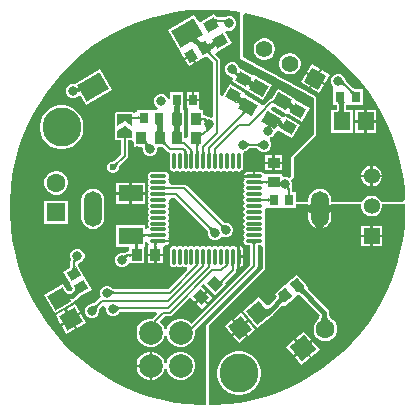
<source format=gtl>
G04*
G04 #@! TF.GenerationSoftware,Altium Limited,Altium Designer,25.1.2 (22)*
G04*
G04 Layer_Physical_Order=1*
G04 Layer_Color=255*
%FSLAX44Y44*%
%MOMM*%
G71*
G04*
G04 #@! TF.SameCoordinates,7166223C-B6ED-409E-8759-D5DD53971EAE*
G04*
G04*
G04 #@! TF.FilePolarity,Positive*
G04*
G01*
G75*
%ADD12C,0.2000*%
%ADD16R,0.8000X0.9500*%
G04:AMPARAMS|DCode=17|XSize=1.05mm|YSize=0.9mm|CornerRadius=0mm|HoleSize=0mm|Usage=FLASHONLY|Rotation=150.000|XOffset=0mm|YOffset=0mm|HoleType=Round|Shape=Rectangle|*
%AMROTATEDRECTD17*
4,1,4,0.6797,0.1272,0.2297,-0.6522,-0.6797,-0.1272,-0.2297,0.6522,0.6797,0.1272,0.0*
%
%ADD17ROTATEDRECTD17*%

G04:AMPARAMS|DCode=18|XSize=1.05mm|YSize=1.3mm|CornerRadius=0mm|HoleSize=0mm|Usage=FLASHONLY|Rotation=60.000|XOffset=0mm|YOffset=0mm|HoleType=Round|Shape=Rectangle|*
%AMROTATEDRECTD18*
4,1,4,0.3004,-0.7797,-0.8254,-0.1297,-0.3004,0.7797,0.8254,0.1297,0.3004,-0.7797,0.0*
%
%ADD18ROTATEDRECTD18*%

G04:AMPARAMS|DCode=19|XSize=0.95mm|YSize=0.8mm|CornerRadius=0mm|HoleSize=0mm|Usage=FLASHONLY|Rotation=130.000|XOffset=0mm|YOffset=0mm|HoleType=Round|Shape=Rectangle|*
%AMROTATEDRECTD19*
4,1,4,0.6117,-0.1068,-0.0011,-0.6210,-0.6117,0.1068,0.0011,0.6210,0.6117,-0.1068,0.0*
%
%ADD19ROTATEDRECTD19*%

%ADD20R,1.0500X0.9000*%
%ADD21O,1.4000X0.2900*%
%ADD22O,0.2900X1.4000*%
G04:AMPARAMS|DCode=23|XSize=1.05mm|YSize=0.9mm|CornerRadius=0mm|HoleSize=0mm|Usage=FLASHONLY|Rotation=210.000|XOffset=0mm|YOffset=0mm|HoleType=Round|Shape=Rectangle|*
%AMROTATEDRECTD23*
4,1,4,0.2297,0.6522,0.6797,-0.1272,-0.2297,-0.6522,-0.6797,0.1272,0.2297,0.6522,0.0*
%
%ADD23ROTATEDRECTD23*%

%ADD24R,0.9000X1.0500*%
G04:AMPARAMS|DCode=25|XSize=2.18mm|YSize=1.6mm|CornerRadius=0mm|HoleSize=0mm|Usage=FLASHONLY|Rotation=210.000|XOffset=0mm|YOffset=0mm|HoleType=Round|Shape=Rectangle|*
%AMROTATEDRECTD25*
4,1,4,0.5440,1.2378,1.3440,-0.1478,-0.5440,-1.2378,-1.3440,0.1478,0.5440,1.2378,0.0*
%
%ADD25ROTATEDRECTD25*%

%ADD26R,2.0000X1.4000*%
G04:AMPARAMS|DCode=27|XSize=1.05mm|YSize=0.9mm|CornerRadius=0mm|HoleSize=0mm|Usage=FLASHONLY|Rotation=315.000|XOffset=0mm|YOffset=0mm|HoleType=Round|Shape=Rectangle|*
%AMROTATEDRECTD27*
4,1,4,-0.6894,0.0530,-0.0530,0.6894,0.6894,-0.0530,0.0530,-0.6894,-0.6894,0.0530,0.0*
%
%ADD27ROTATEDRECTD27*%

G04:AMPARAMS|DCode=28|XSize=0.95mm|YSize=0.8mm|CornerRadius=0mm|HoleSize=0mm|Usage=FLASHONLY|Rotation=210.000|XOffset=0mm|YOffset=0mm|HoleType=Round|Shape=Rectangle|*
%AMROTATEDRECTD28*
4,1,4,0.2114,0.5839,0.6114,-0.1089,-0.2114,-0.5839,-0.6114,0.1089,0.2114,0.5839,0.0*
%
%ADD28ROTATEDRECTD28*%

G04:AMPARAMS|DCode=29|XSize=1.5mm|YSize=1.4mm|CornerRadius=0mm|HoleSize=0mm|Usage=FLASHONLY|Rotation=130.000|XOffset=0mm|YOffset=0mm|HoleType=Round|Shape=Rectangle|*
%AMROTATEDRECTD29*
4,1,4,1.0183,-0.1246,-0.0541,-1.0245,-1.0183,0.1246,0.0541,1.0245,1.0183,-0.1246,0.0*
%
%ADD29ROTATEDRECTD29*%

%ADD30O,0.5000X0.4000*%
G04:AMPARAMS|DCode=31|XSize=0.95mm|YSize=0.8mm|CornerRadius=0mm|HoleSize=0mm|Usage=FLASHONLY|Rotation=120.000|XOffset=0mm|YOffset=0mm|HoleType=Round|Shape=Rectangle|*
%AMROTATEDRECTD31*
4,1,4,0.5839,-0.2114,-0.1089,-0.6114,-0.5839,0.2114,0.1089,0.6114,0.5839,-0.2114,0.0*
%
%ADD31ROTATEDRECTD31*%

%ADD32R,0.6700X0.9700*%
G04:AMPARAMS|DCode=33|XSize=1.5mm|YSize=1.4mm|CornerRadius=0mm|HoleSize=0mm|Usage=FLASHONLY|Rotation=210.000|XOffset=0mm|YOffset=0mm|HoleType=Round|Shape=Rectangle|*
%AMROTATEDRECTD33*
4,1,4,0.2995,0.9812,0.9995,-0.2312,-0.2995,-0.9812,-0.9995,0.2312,0.2995,0.9812,0.0*
%
%ADD33ROTATEDRECTD33*%

%ADD34R,1.4000X1.5000*%
%ADD56P,2.2627X4X265.0*%
%ADD57C,1.6000*%
%ADD58C,1.4000*%
%ADD63R,1.6000X1.6000*%
%ADD64P,1.9799X4X375.0*%
%ADD65C,0.4000*%
%ADD66C,0.5000*%
%ADD67C,3.3000*%
%ADD68C,1.3580*%
%ADD69C,2.0000*%
%ADD70R,1.3580X1.3580*%
%ADD71O,1.5000X3.0000*%
%ADD72C,0.8000*%
%ADD73C,0.6000*%
G36*
X197672Y347984D02*
X208542Y346553D01*
X209000Y346462D01*
Y307000D01*
X233000Y294000D01*
X271000Y273583D01*
Y263000D01*
Y243000D01*
X252000Y224000D01*
Y207098D01*
X250000Y206252D01*
X248193Y207000D01*
X245807D01*
X244250Y208040D01*
Y209500D01*
X229750D01*
X228079Y210294D01*
X227396Y210750D01*
X226050Y211018D01*
X221500D01*
Y207500D01*
X220500D01*
Y206500D01*
X211631D01*
X211700Y206154D01*
X212454Y205000D01*
X211700Y203846D01*
X211432Y202500D01*
X211700Y201154D01*
X212454Y200000D01*
X211700Y198846D01*
X211432Y197500D01*
X211700Y196154D01*
X212454Y195000D01*
X211700Y193846D01*
X211432Y192500D01*
X211700Y191154D01*
X212454Y190000D01*
X211700Y188846D01*
X211432Y187500D01*
X211700Y186154D01*
X212454Y185000D01*
X211700Y183846D01*
X211432Y182500D01*
X211700Y181154D01*
X212454Y180000D01*
X211700Y178846D01*
X211432Y177500D01*
X211700Y176154D01*
X212454Y175000D01*
X211700Y173846D01*
X211432Y172500D01*
X211700Y171154D01*
X212454Y170000D01*
X211700Y168846D01*
X211432Y167500D01*
X211700Y166154D01*
X212454Y165000D01*
X211700Y163846D01*
X211432Y162500D01*
X211700Y161154D01*
X212454Y160000D01*
X211700Y158846D01*
X211432Y157500D01*
X211700Y156154D01*
X212454Y155000D01*
X211700Y153846D01*
X211432Y152500D01*
X211700Y151154D01*
X212463Y150013D01*
X213604Y149250D01*
X214950Y148982D01*
X217441D01*
Y132767D01*
X167522Y82848D01*
X165768Y84602D01*
X163032Y86182D01*
X159980Y87000D01*
X156820D01*
X153768Y86182D01*
X151032Y84602D01*
X148798Y82368D01*
X147218Y79632D01*
X146735Y77831D01*
X144665D01*
X144182Y79632D01*
X142602Y82368D01*
X140477Y84494D01*
X144924Y88941D01*
X149314D01*
X149314Y88941D01*
X150484Y89174D01*
X151477Y89837D01*
X166692Y105052D01*
X170540Y101204D01*
X175136Y105800D01*
X179732Y110396D01*
X175884Y114245D01*
X178005Y116366D01*
X187687Y106684D01*
X196880Y115877D01*
X195874Y116882D01*
X204663Y125672D01*
X204663Y125672D01*
X205326Y126664D01*
X205559Y127835D01*
Y128876D01*
X206500Y129630D01*
Y139500D01*
Y148369D01*
X206154Y148300D01*
X205000Y147546D01*
X203846Y148300D01*
X202500Y148568D01*
X201154Y148300D01*
X200000Y147546D01*
X198846Y148300D01*
X197500Y148568D01*
X196154Y148300D01*
X195000Y147546D01*
X193846Y148300D01*
X192500Y148568D01*
X191154Y148300D01*
X190000Y147546D01*
X188846Y148300D01*
X187500Y148568D01*
X186154Y148300D01*
X185000Y147546D01*
X183846Y148300D01*
X182500Y148568D01*
X181154Y148300D01*
X180000Y147546D01*
X178846Y148300D01*
X177500Y148568D01*
X176154Y148300D01*
X175000Y147546D01*
X173846Y148300D01*
X172500Y148568D01*
X171154Y148300D01*
X170000Y147546D01*
X168846Y148300D01*
X167500Y148568D01*
X166154Y148300D01*
X165000Y147546D01*
X163846Y148300D01*
X162500Y148568D01*
X161154Y148300D01*
X160000Y147546D01*
X158846Y148300D01*
X157500Y148568D01*
X156154Y148300D01*
X155000Y147546D01*
X153846Y148300D01*
X152500Y148568D01*
X151154Y148300D01*
X150013Y147537D01*
X149250Y146396D01*
X148982Y145050D01*
Y133950D01*
X149250Y132604D01*
X150013Y131463D01*
X151154Y130700D01*
X152500Y130432D01*
X153846Y130700D01*
X155000Y131454D01*
X156154Y130700D01*
X157500Y130432D01*
X158846Y130700D01*
X160000Y131454D01*
X161154Y130700D01*
X162500Y130432D01*
X163513Y130634D01*
X163696Y130473D01*
X163940Y127923D01*
X148076Y112059D01*
X102096D01*
X102035Y112069D01*
X101893Y112107D01*
X101729Y112168D01*
X101542Y112257D01*
X101334Y112377D01*
X101130Y112515D01*
X100571Y112977D01*
X100278Y113262D01*
X100122Y113363D01*
X99399Y114087D01*
X97193Y115000D01*
X94806D01*
X92601Y114087D01*
X90913Y112399D01*
X90000Y110194D01*
Y107807D01*
X90403Y106833D01*
X90534Y105195D01*
X89547Y104139D01*
X85696Y100288D01*
X85647Y100252D01*
X85519Y100178D01*
X85360Y100106D01*
X85166Y100037D01*
X84932Y99974D01*
X84691Y99928D01*
X83969Y99859D01*
X83560Y99854D01*
X83379Y99815D01*
X82355D01*
X80150Y98902D01*
X78463Y97214D01*
X77549Y95008D01*
Y92621D01*
X78463Y90416D01*
X80150Y88728D01*
X82355Y87815D01*
X84742D01*
X86948Y88728D01*
X88636Y90416D01*
X89549Y92621D01*
Y93645D01*
X89588Y93826D01*
X89594Y94263D01*
X89617Y94615D01*
X89656Y94927D01*
X89708Y95198D01*
X89771Y95432D01*
X89840Y95626D01*
X89913Y95785D01*
X89986Y95913D01*
X90022Y95962D01*
X92241Y98181D01*
X93811Y98055D01*
X95000Y96193D01*
Y93806D01*
X95913Y91601D01*
X97601Y89913D01*
X99806Y89000D01*
X102193D01*
X104399Y89913D01*
X106087Y91601D01*
X106268Y92039D01*
X106392Y92238D01*
X106544Y92445D01*
X106685Y92607D01*
X106811Y92726D01*
X106922Y92811D01*
X107018Y92869D01*
X107105Y92908D01*
X107191Y92934D01*
X107231Y92941D01*
X137659D01*
X138425Y91094D01*
X134331Y87000D01*
X131420D01*
X128368Y86182D01*
X125632Y84602D01*
X123398Y82368D01*
X121818Y79632D01*
X121000Y76580D01*
Y73420D01*
X121818Y70368D01*
X123398Y67632D01*
X125632Y65398D01*
X128368Y63818D01*
X131420Y63000D01*
X134580D01*
X137632Y63818D01*
X140368Y65398D01*
X142602Y67632D01*
X144182Y70368D01*
X144665Y72169D01*
X146735D01*
X147218Y70368D01*
X148798Y67632D01*
X151032Y65398D01*
X153768Y63818D01*
X156820Y63000D01*
X159980D01*
X163032Y63818D01*
X165768Y65398D01*
X168002Y67632D01*
X169582Y70368D01*
X170400Y73420D01*
Y76580D01*
X170276Y77043D01*
X170555Y77229D01*
X222663Y129337D01*
X222663Y129337D01*
X223326Y130330D01*
X223559Y131500D01*
Y148982D01*
X226050D01*
X227961Y147405D01*
Y129845D01*
X180558Y82442D01*
X180116Y81780D01*
X179961Y81000D01*
Y13799D01*
X175768D01*
X164828Y14516D01*
X153958Y15947D01*
X143205Y18086D01*
X132615Y20923D01*
X122234Y24448D01*
X112105Y28643D01*
X102272Y33492D01*
X92777Y38974D01*
X83661Y45065D01*
X74963Y51739D01*
X66720Y58968D01*
X58968Y66720D01*
X51739Y74963D01*
X45065Y83661D01*
X38974Y92777D01*
X33492Y102272D01*
X28643Y112105D01*
X24448Y122234D01*
X20923Y132615D01*
X18086Y143205D01*
X15947Y153959D01*
X14516Y164828D01*
X13799Y175768D01*
X13799Y181250D01*
Y186732D01*
X14516Y197672D01*
X15947Y208542D01*
X18086Y219294D01*
X20923Y229884D01*
X24448Y240266D01*
X28643Y250395D01*
X33492Y260228D01*
X38974Y269723D01*
X45065Y278839D01*
X51739Y287537D01*
X58968Y295780D01*
X66720Y303532D01*
X74963Y310761D01*
X83661Y317435D01*
X92777Y323526D01*
X102272Y329008D01*
X112105Y333857D01*
X122234Y338052D01*
X132615Y341577D01*
X143205Y344414D01*
X153959Y346553D01*
X164828Y347984D01*
X175768Y348701D01*
X186732D01*
X197672Y347984D01*
D02*
G37*
G36*
X244143Y202002D02*
X244219Y202000D01*
Y200000D01*
X244143Y199998D01*
Y198200D01*
X243792Y198542D01*
X243095Y199118D01*
X242750Y199352D01*
X242420Y199542D01*
X242385Y199510D01*
X242280Y199360D01*
X242215Y199190D01*
X242189Y199000D01*
Y199654D01*
X242067Y199712D01*
X241728Y199838D01*
X241392Y199928D01*
X241059Y199982D01*
X240727Y200000D01*
Y202000D01*
X241059Y202018D01*
X241392Y202072D01*
X241728Y202162D01*
X242067Y202288D01*
X242189Y202346D01*
Y203000D01*
X242215Y202810D01*
X242280Y202640D01*
X242385Y202490D01*
X242420Y202458D01*
X242750Y202648D01*
X243095Y202882D01*
X243442Y203152D01*
X243792Y203458D01*
X244143Y203800D01*
Y202002D01*
D02*
G37*
G36*
X226845Y203694D02*
X226958Y203654D01*
X227105Y203618D01*
X227285Y203586D01*
X227746Y203538D01*
X228342Y203510D01*
X229072Y203500D01*
Y201500D01*
X228690Y201498D01*
X227285Y201414D01*
X227105Y201382D01*
X226958Y201346D01*
X226845Y201306D01*
X226766Y201260D01*
Y203740D01*
X226845Y203694D01*
D02*
G37*
G36*
X231811Y200500D02*
X231785Y200690D01*
X231720Y200860D01*
X231615Y201010D01*
X231472Y201140D01*
X231288Y201250D01*
X231065Y201340D01*
X230803Y201410D01*
X230502Y201460D01*
X230161Y201490D01*
X229781Y201500D01*
Y203500D01*
X230161Y203510D01*
X230502Y203540D01*
X230803Y203590D01*
X231065Y203660D01*
X231288Y203750D01*
X231472Y203860D01*
X231615Y203990D01*
X231720Y204140D01*
X231785Y204310D01*
X231811Y204500D01*
Y200500D01*
D02*
G37*
G36*
X250150Y198517D02*
X250134Y198444D01*
X250138Y198362D01*
X250160Y198271D01*
X250203Y198171D01*
X250265Y198062D01*
X250346Y197944D01*
X250447Y197817D01*
X250567Y197681D01*
X250707Y197535D01*
X249293Y196121D01*
X249088Y196322D01*
X248420Y196898D01*
X248290Y196985D01*
X248175Y197050D01*
X248076Y197092D01*
X247991Y197111D01*
X247921Y197108D01*
X250185Y198581D01*
X250150Y198517D01*
D02*
G37*
G36*
X251010Y193839D02*
X251040Y193498D01*
X251090Y193197D01*
X251160Y192935D01*
X251250Y192712D01*
X251360Y192528D01*
X251490Y192385D01*
X251640Y192280D01*
X251810Y192215D01*
X252000Y192189D01*
X248000D01*
X248190Y192215D01*
X248360Y192280D01*
X248510Y192385D01*
X248640Y192528D01*
X248750Y192712D01*
X248840Y192935D01*
X248910Y193197D01*
X248960Y193498D01*
X248990Y193839D01*
X249000Y194219D01*
X251000D01*
X251010Y193839D01*
D02*
G37*
G36*
X226845Y188694D02*
X226958Y188654D01*
X227105Y188618D01*
X227285Y188586D01*
X227746Y188538D01*
X228342Y188510D01*
X229072Y188500D01*
Y186500D01*
X228690Y186498D01*
X227285Y186414D01*
X227105Y186382D01*
X226958Y186346D01*
X226845Y186306D01*
X226766Y186260D01*
Y188740D01*
X226845Y188694D01*
D02*
G37*
G36*
X219294Y344414D02*
X229884Y341577D01*
X240266Y338052D01*
X250395Y333857D01*
X260228Y329008D01*
X269723Y323526D01*
X278839Y317435D01*
X287537Y310761D01*
X295780Y303532D01*
X303532Y295780D01*
X310761Y287537D01*
X317435Y278839D01*
X323526Y269723D01*
X329008Y260228D01*
X333857Y250395D01*
X338052Y240266D01*
X341577Y229885D01*
X344414Y219294D01*
X346553Y208541D01*
X347984Y197672D01*
X348615Y188039D01*
X346982Y186039D01*
X329130D01*
X328998Y186013D01*
X328863Y186022D01*
X328611Y185936D01*
X328349Y185884D01*
X327195Y187518D01*
X327034Y187797D01*
X325397Y189434D01*
X323393Y190591D01*
X321157Y191190D01*
X318843D01*
X316607Y190591D01*
X314603Y189434D01*
X312966Y187797D01*
X312805Y187518D01*
X311651Y185884D01*
X311389Y185936D01*
X311136Y186022D01*
X311002Y186013D01*
X310870Y186039D01*
X285582D01*
Y187500D01*
X285256Y189980D01*
X284298Y192291D01*
X282775Y194275D01*
X280791Y195798D01*
X278480Y196756D01*
X276000Y197082D01*
X273520Y196756D01*
X271209Y195798D01*
X269225Y194275D01*
X267702Y192291D01*
X266745Y189980D01*
X266418Y187500D01*
Y186039D01*
X256000D01*
Y194250D01*
X253059D01*
Y196828D01*
X252826Y197999D01*
X252471Y198530D01*
X253000Y199806D01*
Y202194D01*
X252087Y204399D01*
X253442Y205657D01*
X253444Y205659D01*
X253453Y205668D01*
X253667Y205994D01*
X253884Y206318D01*
X253885Y206326D01*
X253890Y206333D01*
X253963Y206718D01*
X254039Y207098D01*
Y223155D01*
X272442Y241558D01*
X272884Y242220D01*
X273039Y243000D01*
Y263000D01*
Y273583D01*
X272981Y273874D01*
X272953Y274170D01*
X272904Y274262D01*
X272884Y274363D01*
X272719Y274610D01*
X272579Y274873D01*
X272499Y274939D01*
X272442Y275025D01*
X272195Y275190D01*
X271965Y275379D01*
X233971Y295793D01*
X211039Y308215D01*
Y344480D01*
X212585Y345749D01*
X219294Y344414D01*
D02*
G37*
G36*
X233061Y185500D02*
X233035Y185690D01*
X232970Y185860D01*
X232865Y186010D01*
X232722Y186140D01*
X232538Y186250D01*
X232315Y186340D01*
X232053Y186410D01*
X231752Y186460D01*
X231411Y186490D01*
X231031Y186500D01*
Y188500D01*
X231411Y188510D01*
X231752Y188540D01*
X232053Y188590D01*
X232315Y188660D01*
X232538Y188750D01*
X232722Y188860D01*
X232865Y188990D01*
X232970Y189140D01*
X233035Y189310D01*
X233061Y189500D01*
Y185500D01*
D02*
G37*
G36*
X283518Y184525D02*
X283673Y184100D01*
X283928Y183725D01*
X284282Y183400D01*
X284735Y183125D01*
X285288Y182900D01*
X285582Y182821D01*
Y184000D01*
X310870D01*
X311210Y183557D01*
Y181243D01*
X311809Y179007D01*
X312966Y177003D01*
X314603Y175366D01*
X316607Y174209D01*
X318843Y173610D01*
X321157D01*
X323393Y174209D01*
X325397Y175366D01*
X327034Y177003D01*
X328191Y179007D01*
X328790Y181243D01*
Y183557D01*
X329130Y184000D01*
X348701D01*
Y175768D01*
X347984Y164828D01*
X346553Y153958D01*
X344414Y143205D01*
X341577Y132615D01*
X338052Y122234D01*
X333857Y112105D01*
X329008Y102272D01*
X323526Y92777D01*
X317435Y83661D01*
X310761Y74963D01*
X303532Y66720D01*
X295780Y58968D01*
X287537Y51739D01*
X278839Y45065D01*
X269723Y38974D01*
X260228Y33492D01*
X250395Y28643D01*
X240266Y24448D01*
X229885Y20923D01*
X219294Y18086D01*
X208541Y15947D01*
X197672Y14516D01*
X186732Y13799D01*
X182000Y13799D01*
Y81000D01*
X230000Y129000D01*
Y179164D01*
X231000Y180750D01*
X243000D01*
Y180750D01*
X244000D01*
Y180750D01*
X256000D01*
Y184000D01*
X266418D01*
Y182821D01*
X266712Y182900D01*
X267265Y183125D01*
X267718Y183400D01*
X268072Y183725D01*
X268327Y184100D01*
X268482Y184525D01*
X268538Y185000D01*
Y181000D01*
X276000D01*
X283462D01*
Y185000D01*
X283518Y184525D01*
D02*
G37*
G36*
X222310Y151073D02*
X222140Y151008D01*
X221990Y150903D01*
X221860Y150759D01*
X221750Y150576D01*
X221660Y150353D01*
X221590Y150091D01*
X221540Y149789D01*
X221510Y149449D01*
X221500Y149068D01*
X219500D01*
X219490Y149449D01*
X219460Y149789D01*
X219410Y150091D01*
X219340Y150353D01*
X219250Y150576D01*
X219140Y150759D01*
X219010Y150903D01*
X218860Y151008D01*
X218690Y151073D01*
X218500Y151099D01*
X222500D01*
X222310Y151073D01*
D02*
G37*
G36*
X203694Y133155D02*
X203654Y133042D01*
X203618Y132895D01*
X203586Y132715D01*
X203538Y132254D01*
X203510Y131658D01*
X203500Y130928D01*
X201500D01*
X201498Y131310D01*
X201414Y132715D01*
X201382Y132895D01*
X201346Y133042D01*
X201306Y133155D01*
X201260Y133234D01*
X203740D01*
X203694Y133155D01*
D02*
G37*
G36*
X183694D02*
X183654Y133042D01*
X183618Y132895D01*
X183586Y132715D01*
X183538Y132254D01*
X183510Y131658D01*
X183500Y130928D01*
X181500D01*
X181498Y131310D01*
X181414Y132715D01*
X181382Y132895D01*
X181346Y133042D01*
X181306Y133155D01*
X181260Y133234D01*
X183740D01*
X183694Y133155D01*
D02*
G37*
G36*
X194396Y118317D02*
X194135Y118041D01*
X193915Y117778D01*
X193737Y117530D01*
X193601Y117295D01*
X193507Y117074D01*
X193455Y116866D01*
X193445Y116673D01*
X193477Y116493D01*
X193552Y116326D01*
X193668Y116174D01*
X190839Y119002D01*
X190992Y118886D01*
X191158Y118812D01*
X191338Y118780D01*
X191532Y118790D01*
X191739Y118842D01*
X191960Y118935D01*
X192195Y119071D01*
X192444Y119249D01*
X192706Y119469D01*
X192982Y119731D01*
X194396Y118317D01*
D02*
G37*
G36*
X189976Y117462D02*
X190013Y117450D01*
X190071Y117440D01*
X190151Y117431D01*
X190516Y117413D01*
X191072Y117407D01*
Y115407D01*
X190866Y115406D01*
X189976Y115352D01*
X189960Y115339D01*
Y117475D01*
X189976Y117462D01*
D02*
G37*
G36*
X99208Y111458D02*
X99905Y110882D01*
X100250Y110648D01*
X100593Y110450D01*
X100933Y110288D01*
X101272Y110162D01*
X101608Y110072D01*
X101941Y110018D01*
X102273Y110000D01*
Y108000D01*
X101941Y107982D01*
X101608Y107928D01*
X101272Y107838D01*
X100933Y107712D01*
X100593Y107550D01*
X100250Y107352D01*
X99905Y107118D01*
X99558Y106848D01*
X99208Y106542D01*
X98857Y106200D01*
Y111800D01*
X99208Y111458D01*
D02*
G37*
G36*
X88692Y97543D02*
X88470Y97296D01*
X88272Y97022D01*
X88098Y96721D01*
X87948Y96393D01*
X87822Y96037D01*
X87720Y95655D01*
X87641Y95245D01*
X87586Y94809D01*
X87556Y94346D01*
X87549Y93855D01*
X83589Y97815D01*
X84080Y97822D01*
X84979Y97907D01*
X85389Y97985D01*
X85771Y98088D01*
X86127Y98214D01*
X86455Y98364D01*
X86756Y98538D01*
X87030Y98736D01*
X87278Y98958D01*
X88692Y97543D01*
D02*
G37*
G36*
X103529Y98154D02*
X104808Y97513D01*
X105197Y97356D01*
X105920Y97128D01*
X106253Y97057D01*
X106568Y97014D01*
X106864Y97000D01*
X107400Y95000D01*
X107050Y94980D01*
X106712Y94920D01*
X106387Y94820D01*
X106074Y94681D01*
X105775Y94501D01*
X105488Y94281D01*
X105213Y94022D01*
X104951Y93722D01*
X104702Y93383D01*
X104466Y93003D01*
X103066Y98425D01*
X103529Y98154D01*
D02*
G37*
%LPC*%
G36*
X187029Y345182D02*
X175532Y338545D01*
X174471Y337932D01*
X172960Y338998D01*
X170009Y344110D01*
X147666Y331210D01*
X157665Y313890D01*
X157665Y313890D01*
X158732Y312196D01*
X161416Y307546D01*
X166612Y310546D01*
X167113Y309680D01*
X167978Y310180D01*
X171353Y304334D01*
X175684Y306834D01*
X175684Y306834D01*
X177416Y307834D01*
X180567Y309653D01*
X180598Y309627D01*
X185941Y304284D01*
Y258527D01*
X183941Y257190D01*
X183193Y257500D01*
X181771D01*
X181629Y257525D01*
X181521Y257523D01*
X181504Y257527D01*
X181458Y257542D01*
X181384Y257575D01*
X181283Y257630D01*
X181155Y257714D01*
X181005Y257827D01*
X180960Y257866D01*
X180663Y258163D01*
X179671Y258826D01*
X178500Y259059D01*
X177500Y260613D01*
Y263250D01*
X174541D01*
X174300Y265150D01*
X174300Y265250D01*
Y271000D01*
X168950D01*
X163600D01*
Y265150D01*
X164259D01*
X164500Y263250D01*
X164500Y263150D01*
Y248750D01*
X164500Y248750D01*
Y247250D01*
X164500D01*
X164500Y246750D01*
Y240794D01*
X162500Y239642D01*
X161500Y240222D01*
Y247250D01*
X161500D01*
Y248750D01*
X161500D01*
Y263250D01*
X160663D01*
X160639Y263269D01*
X160400Y265150D01*
X160400Y265150D01*
Y267137D01*
X160409Y267181D01*
X160400Y267224D01*
Y278850D01*
X149700D01*
Y273316D01*
X147700Y272918D01*
X147086Y274399D01*
X145399Y276087D01*
X143194Y277000D01*
X140807D01*
X138601Y276087D01*
X136913Y274399D01*
X136000Y272194D01*
Y269806D01*
X136913Y267601D01*
X138601Y265913D01*
X138996Y265750D01*
X138598Y263750D01*
X134000D01*
Y263750D01*
X133000D01*
Y263750D01*
X121000D01*
Y262368D01*
X120653Y262107D01*
X118692Y261442D01*
X118030Y261884D01*
X117250Y262039D01*
X104750D01*
X103970Y261884D01*
X103308Y261442D01*
X102866Y260780D01*
X102711Y260000D01*
Y250000D01*
X102746Y249823D01*
X102743Y249642D01*
X102823Y249436D01*
X102866Y249220D01*
X103197Y247889D01*
X103095Y247274D01*
X102866Y246780D01*
X102831Y246603D01*
X102783Y246494D01*
X102758Y246437D01*
X102754Y246217D01*
X102711Y246000D01*
Y240000D01*
X102866Y239220D01*
X103308Y238558D01*
X103970Y238116D01*
X104750Y237961D01*
X107941D01*
Y226267D01*
X101952Y220278D01*
X101873Y220226D01*
X101788Y220180D01*
X101698Y220141D01*
X101598Y220107D01*
X101487Y220079D01*
X101359Y220057D01*
X101214Y220044D01*
X100983Y220039D01*
X100810Y220000D01*
X100005D01*
X98168Y219239D01*
X96761Y217832D01*
X96000Y215995D01*
Y214005D01*
X96761Y212168D01*
X98168Y210761D01*
X100005Y210000D01*
X101995D01*
X103832Y210761D01*
X105239Y212168D01*
X106000Y214005D01*
Y214810D01*
X106039Y214983D01*
X106044Y215214D01*
X106057Y215359D01*
X106079Y215487D01*
X106107Y215598D01*
X106141Y215698D01*
X106180Y215788D01*
X106226Y215873D01*
X106278Y215952D01*
X113163Y222837D01*
X113826Y223829D01*
X114059Y225000D01*
X114059Y225000D01*
Y237961D01*
X117250D01*
X118500Y236208D01*
Y232750D01*
X124496D01*
X126235Y231723D01*
Y229336D01*
X127149Y227131D01*
X128837Y225443D01*
X131042Y224529D01*
X133429D01*
X135634Y225443D01*
X137322Y227131D01*
X138235Y229336D01*
Y231723D01*
X138922Y232750D01*
X142515D01*
X142539Y232744D01*
X142721Y232735D01*
X142807Y232722D01*
X142904Y232698D01*
X143016Y232659D01*
X143144Y232601D01*
X143290Y232521D01*
X143452Y232415D01*
X143631Y232281D01*
X143713Y232211D01*
X147087Y228837D01*
X148080Y228174D01*
X149180Y227443D01*
X148983Y226052D01*
X148982Y226050D01*
Y214950D01*
X149250Y213604D01*
X150013Y212463D01*
X151154Y211700D01*
X152500Y211432D01*
X153846Y211700D01*
X155000Y212454D01*
X156154Y211700D01*
X157500Y211432D01*
X158846Y211700D01*
X160000Y212454D01*
X161154Y211700D01*
X162500Y211432D01*
X163846Y211700D01*
X165000Y212454D01*
X166154Y211700D01*
X167500Y211432D01*
X168846Y211700D01*
X170000Y212454D01*
X171154Y211700D01*
X172500Y211432D01*
X173846Y211700D01*
X175000Y212454D01*
X176154Y211700D01*
X177500Y211432D01*
X178846Y211700D01*
X180000Y212454D01*
X181154Y211700D01*
X182500Y211432D01*
X183846Y211700D01*
X185000Y212454D01*
X186154Y211700D01*
X187500Y211432D01*
X188846Y211700D01*
X190000Y212454D01*
X191154Y211700D01*
X192500Y211432D01*
X193846Y211700D01*
X195000Y212454D01*
X196154Y211700D01*
X197500Y211432D01*
X198846Y211700D01*
X200000Y212454D01*
X201154Y211700D01*
X202500Y211432D01*
X203846Y211700D01*
X205000Y212454D01*
X206154Y211700D01*
X207500Y211432D01*
X208846Y211700D01*
X209987Y212463D01*
X210750Y213604D01*
X211018Y214950D01*
Y226050D01*
X210961Y226337D01*
X211872Y228159D01*
X212404Y228520D01*
X214167Y229250D01*
X214747Y229831D01*
X214865Y229901D01*
X215199Y230200D01*
X215484Y230432D01*
X215751Y230625D01*
X215998Y230783D01*
X216222Y230906D01*
X216423Y230997D01*
X216599Y231060D01*
X216751Y231100D01*
X216813Y231110D01*
X222955D01*
X223017Y231100D01*
X223169Y231060D01*
X223345Y230997D01*
X223546Y230906D01*
X223770Y230783D01*
X223993Y230641D01*
X224588Y230182D01*
X224902Y229901D01*
X225021Y229831D01*
X225601Y229250D01*
X227806Y228337D01*
X230194D01*
X232399Y229250D01*
X234087Y230938D01*
X235000Y233143D01*
Y235530D01*
X234087Y237736D01*
X233670Y238152D01*
X234224Y240427D01*
X235399Y240913D01*
X237087Y242601D01*
X237258Y243015D01*
X238736Y244471D01*
X238736Y244471D01*
X240120Y245703D01*
X242026Y246170D01*
X253029Y239818D01*
X259529Y251076D01*
X246971Y258326D01*
X246971Y258325D01*
X245986Y257029D01*
X244272Y258018D01*
X244239Y258048D01*
X244196Y258062D01*
X234963Y263393D01*
X234702Y265376D01*
X236468Y267143D01*
X246652Y261263D01*
X247986Y260493D01*
X250026Y260026D01*
X250186Y259934D01*
X250219Y259905D01*
X250262Y259890D01*
X261029Y253674D01*
X267529Y264932D01*
X256526Y271285D01*
X255236Y273050D01*
Y273050D01*
X240514Y281550D01*
X235762Y273319D01*
X235261D01*
X235261Y273319D01*
X234090Y273087D01*
X233098Y272424D01*
X228721Y268047D01*
X228590Y267959D01*
X228590Y267959D01*
X227432Y266801D01*
X227392Y266822D01*
X226068Y268529D01*
Y268529D01*
X211779Y276778D01*
X212529Y278076D01*
X199971Y285326D01*
X194344Y275580D01*
X194059Y275085D01*
X192882Y275401D01*
Y275400D01*
X192882Y275401D01*
X192059Y277059D01*
Y305551D01*
X192059Y305551D01*
X191826Y306721D01*
X191163Y307714D01*
X191163Y307714D01*
X187682Y311194D01*
X187786Y311398D01*
X188971Y312818D01*
X201529Y320068D01*
X195986Y329668D01*
X197379Y331256D01*
X198205Y330914D01*
X200592D01*
X202797Y331827D01*
X204485Y333515D01*
X205399Y335720D01*
Y338107D01*
X204485Y340312D01*
X202797Y342000D01*
X200592Y342913D01*
X198205D01*
X196391Y342162D01*
X195385Y342362D01*
X195385Y342362D01*
X189081D01*
X188991Y342369D01*
X188804Y342397D01*
X188666Y342429D01*
X188608Y342448D01*
X187029Y345182D01*
D02*
G37*
G36*
X166747Y308314D02*
X162416Y305814D01*
X165291Y300834D01*
X169622Y303334D01*
X166747Y308314D01*
D02*
G37*
G36*
X90335Y298110D02*
X68872Y285719D01*
X68193Y286000D01*
X65806D01*
X63601Y285087D01*
X61913Y283399D01*
X61000Y281194D01*
Y278806D01*
X61913Y276601D01*
X63601Y274913D01*
X65806Y274000D01*
X68193D01*
X70399Y274913D01*
X71177Y275692D01*
X73617Y275467D01*
X77991Y267890D01*
X100335Y280790D01*
X90335Y298110D01*
D02*
G37*
G36*
X174300Y278850D02*
X169950D01*
Y273000D01*
X174300D01*
Y278850D01*
D02*
G37*
G36*
X167950D02*
X163600D01*
Y273000D01*
X167950D01*
Y278850D01*
D02*
G37*
G36*
X203193Y304000D02*
X200807D01*
X198601Y303086D01*
X196913Y301399D01*
X196000Y299193D01*
Y296807D01*
X196913Y294601D01*
X198601Y292913D01*
X200807Y292000D01*
X201515D01*
X202294Y291153D01*
X202344Y291062D01*
X202593Y290390D01*
X202634Y289942D01*
X202633Y289937D01*
X201471Y287924D01*
X213594Y280925D01*
X213345Y280493D01*
X228068Y271993D01*
X235318Y284550D01*
X220595Y293050D01*
X220595D01*
X218738Y292966D01*
X208000Y299166D01*
Y299193D01*
X207087Y301399D01*
X205399Y303086D01*
X203193Y304000D01*
D02*
G37*
G36*
X59322Y267500D02*
X55678D01*
X52104Y266789D01*
X48737Y265394D01*
X45707Y263370D01*
X43130Y260793D01*
X41105Y257763D01*
X39711Y254396D01*
X39000Y250822D01*
Y247178D01*
X39711Y243604D01*
X41105Y240237D01*
X43130Y237207D01*
X45707Y234630D01*
X48737Y232605D01*
X52104Y231211D01*
X55678Y230500D01*
X59322D01*
X62896Y231211D01*
X66263Y232605D01*
X69293Y234630D01*
X71870Y237207D01*
X73895Y240237D01*
X75289Y243604D01*
X76000Y247178D01*
Y250822D01*
X75289Y254396D01*
X73895Y257763D01*
X71870Y260793D01*
X69293Y263370D01*
X66263Y265394D01*
X62896Y266789D01*
X59322Y267500D01*
D02*
G37*
G36*
X244250Y225500D02*
X238000D01*
Y220000D01*
X244250D01*
Y225500D01*
D02*
G37*
G36*
X236000D02*
X229750D01*
Y220000D01*
X236000D01*
Y225500D01*
D02*
G37*
G36*
X244250Y218000D02*
X238000D01*
Y212500D01*
X244250D01*
Y218000D01*
D02*
G37*
G36*
X236000D02*
X229750D01*
Y212500D01*
X236000D01*
Y218000D01*
D02*
G37*
G36*
X219500Y211018D02*
X214950D01*
X213604Y210750D01*
X212463Y209987D01*
X211700Y208846D01*
X211631Y208500D01*
X219500D01*
Y211018D01*
D02*
G37*
G36*
X128000Y202000D02*
X117000D01*
Y194000D01*
X128000D01*
Y202000D01*
D02*
G37*
G36*
X115000D02*
X104000D01*
Y194000D01*
X115000D01*
Y202000D01*
D02*
G37*
G36*
X54317Y212000D02*
X51684D01*
X49140Y211318D01*
X46860Y210002D01*
X44998Y208140D01*
X43682Y205860D01*
X43000Y203316D01*
Y200683D01*
X43682Y198140D01*
X44998Y195860D01*
X46860Y193998D01*
X49140Y192682D01*
X51684Y192000D01*
X54317D01*
X56860Y192682D01*
X59140Y193998D01*
X61002Y195860D01*
X62319Y198140D01*
X63000Y200683D01*
Y203316D01*
X62319Y205860D01*
X61002Y208140D01*
X59140Y210002D01*
X56860Y211318D01*
X54317Y212000D01*
D02*
G37*
G36*
X128000Y192000D02*
X117000D01*
Y184000D01*
X128000D01*
Y192000D01*
D02*
G37*
G36*
X115000D02*
X104000D01*
Y184000D01*
X115000D01*
Y192000D01*
D02*
G37*
G36*
X63000Y187000D02*
X43000D01*
Y167000D01*
X63000D01*
Y187000D01*
D02*
G37*
G36*
X84000Y197082D02*
X81520Y196756D01*
X79209Y195798D01*
X77224Y194275D01*
X75702Y192291D01*
X74745Y189980D01*
X74418Y187500D01*
Y172500D01*
X74745Y170020D01*
X75702Y167709D01*
X77224Y165725D01*
X79209Y164202D01*
X81520Y163244D01*
X84000Y162918D01*
X86480Y163244D01*
X88791Y164202D01*
X90775Y165725D01*
X92298Y167709D01*
X93255Y170020D01*
X93582Y172500D01*
Y187500D01*
X93255Y189980D01*
X92298Y192291D01*
X90775Y194275D01*
X88791Y195798D01*
X86480Y196756D01*
X84000Y197082D01*
D02*
G37*
G36*
X145050Y211018D02*
X133950D01*
X132604Y210750D01*
X131463Y209987D01*
X130700Y208846D01*
X130432Y207500D01*
X130700Y206154D01*
X131454Y205000D01*
X130700Y203846D01*
X130432Y202500D01*
X130700Y201154D01*
X131454Y200000D01*
X130700Y198846D01*
X130432Y197500D01*
X130700Y196154D01*
X131454Y195000D01*
X130700Y193846D01*
X130432Y192500D01*
X130700Y191154D01*
X131454Y190000D01*
X130700Y188846D01*
X130432Y187500D01*
X130700Y186154D01*
X131454Y185000D01*
X130700Y183846D01*
X130432Y182500D01*
X130700Y181154D01*
X131454Y180000D01*
X130700Y178846D01*
X130432Y177500D01*
X130700Y176154D01*
X131454Y175000D01*
X130700Y173846D01*
X130432Y172500D01*
X130700Y171154D01*
X131454Y170000D01*
X130700Y168846D01*
X130432Y167500D01*
X130700Y166154D01*
X131454Y165000D01*
X130700Y163846D01*
X130695Y163819D01*
X128555Y162469D01*
X128000Y162664D01*
Y166000D01*
X104000D01*
Y148000D01*
X114500D01*
Y144894D01*
X113172Y143559D01*
X112001Y143326D01*
X111009Y142663D01*
X111008Y142662D01*
X110194Y143000D01*
X107807D01*
X105601Y142087D01*
X103913Y140399D01*
X103000Y138194D01*
Y135807D01*
X103913Y133601D01*
X105601Y131913D01*
X107807Y131000D01*
X110194D01*
X112399Y131913D01*
X113008Y132523D01*
X114500Y133750D01*
X127500D01*
Y148000D01*
X128000D01*
Y152336D01*
X128555Y152531D01*
X130695Y151181D01*
X130700Y151154D01*
X131304Y150250D01*
X131033Y149225D01*
X130501Y148250D01*
X130500D01*
Y142000D01*
X137000D01*
X143500D01*
X143500Y147976D01*
X144879Y148871D01*
X145185Y149009D01*
X146396Y149250D01*
X147537Y150013D01*
X148300Y151154D01*
X148369Y151500D01*
X139500D01*
Y153500D01*
X148369D01*
X148300Y153846D01*
X147546Y155000D01*
X148300Y156154D01*
X148568Y157500D01*
X148300Y158846D01*
X147546Y160000D01*
X148300Y161154D01*
X148568Y162500D01*
X148300Y163846D01*
X147546Y165000D01*
X148300Y166154D01*
X148568Y167500D01*
X148300Y168846D01*
X147546Y170000D01*
X148300Y171154D01*
X148568Y172500D01*
X148300Y173846D01*
X147546Y175000D01*
X148300Y176154D01*
X148568Y177500D01*
X148300Y178846D01*
X147546Y180000D01*
X148300Y181154D01*
X148568Y182500D01*
X148300Y183846D01*
X147546Y185000D01*
X148300Y186154D01*
X148568Y187500D01*
X150124Y189441D01*
X153302D01*
X180765Y161978D01*
X180801Y161929D01*
X180875Y161801D01*
X180947Y161642D01*
X181016Y161447D01*
X181079Y161214D01*
X181125Y160972D01*
X181194Y160250D01*
X181199Y159842D01*
X181238Y159660D01*
Y158637D01*
X182152Y156432D01*
X183839Y154744D01*
X186045Y153831D01*
X188432D01*
X190637Y154744D01*
X192325Y156432D01*
X194530Y156529D01*
X195807Y156000D01*
X198193D01*
X200399Y156913D01*
X202087Y158601D01*
X203000Y160807D01*
Y163193D01*
X202087Y165399D01*
X200399Y167087D01*
X198193Y168000D01*
X197170D01*
X196989Y168039D01*
X196551Y168045D01*
X196200Y168068D01*
X195888Y168107D01*
X195617Y168159D01*
X195383Y168222D01*
X195189Y168291D01*
X195030Y168363D01*
X194902Y168437D01*
X194853Y168473D01*
X163663Y199663D01*
X162671Y200326D01*
X161500Y200559D01*
X161500Y200559D01*
X150124D01*
X148568Y202500D01*
X148300Y203846D01*
X147546Y205000D01*
X148300Y206154D01*
X148568Y207500D01*
X148300Y208846D01*
X147537Y209987D01*
X146396Y210750D01*
X145050Y211018D01*
D02*
G37*
G36*
X208500Y148369D02*
Y140500D01*
X211018D01*
Y145050D01*
X210750Y146396D01*
X209987Y147537D01*
X208846Y148300D01*
X208500Y148369D01*
D02*
G37*
G36*
X143500Y140000D02*
X138000D01*
Y133750D01*
X143500D01*
Y140000D01*
D02*
G37*
G36*
X136000D02*
X130500D01*
Y133750D01*
X136000D01*
Y140000D01*
D02*
G37*
G36*
X211018Y138500D02*
X208500D01*
Y130631D01*
X208846Y130700D01*
X209987Y131463D01*
X210750Y132604D01*
X211018Y133950D01*
Y138500D01*
D02*
G37*
G36*
X72193Y146000D02*
X69806D01*
X67601Y145087D01*
X65914Y143399D01*
X65000Y141194D01*
Y138806D01*
X65660Y137212D01*
X65299Y136672D01*
X65066Y135501D01*
X65066Y135501D01*
Y131194D01*
X64454Y129654D01*
X58904Y126450D01*
X64404Y116924D01*
X64904Y116058D01*
X65904Y114326D01*
X66968Y112484D01*
X66968Y112473D01*
X66953Y112374D01*
X66896Y112195D01*
X66777Y111938D01*
X66581Y111613D01*
X66302Y111229D01*
X66100Y110989D01*
X65093Y109981D01*
X64798D01*
X64491Y110005D01*
X63974Y110079D01*
X63535Y110174D01*
X63178Y110285D01*
X62900Y110403D01*
X62697Y110519D01*
X62558Y110625D01*
X62480Y110704D01*
X59093Y116571D01*
X42639Y107071D01*
X51639Y91482D01*
X68093Y100982D01*
Y100982D01*
X69029Y102593D01*
X69666Y103019D01*
X71504Y104857D01*
X73046Y105748D01*
X73068Y105754D01*
X73099Y105778D01*
X73118Y105789D01*
X73159Y105803D01*
X73194Y105833D01*
X83096Y111550D01*
X77596Y121076D01*
X77096Y121942D01*
X76096Y123674D01*
X71705Y131279D01*
X71705Y131279D01*
X71373Y132000D01*
X72187Y134000D01*
X72193D01*
X74399Y134913D01*
X76087Y136601D01*
X77000Y138806D01*
Y141194D01*
X76087Y143399D01*
X74399Y145087D01*
X72193Y146000D01*
D02*
G37*
G36*
X181146Y108982D02*
X177257Y105093D01*
X181677Y100674D01*
X185566Y104563D01*
X181146Y108982D01*
D02*
G37*
G36*
X175843Y103679D02*
X171954Y99790D01*
X176374Y95370D01*
X180263Y99260D01*
X175843Y103679D01*
D02*
G37*
G36*
X69093Y99250D02*
X61732Y95000D01*
X65732Y88072D01*
X73093Y92322D01*
X69093Y99250D01*
D02*
G37*
G36*
X60000Y94000D02*
X52639Y89750D01*
X56639Y82822D01*
X64000Y87072D01*
X60000Y94000D01*
D02*
G37*
G36*
X74093Y90590D02*
X66732Y86340D01*
X70732Y79412D01*
X78093Y83661D01*
X74093Y90590D01*
D02*
G37*
G36*
X65000Y85340D02*
X57639Y81090D01*
X61639Y74162D01*
X69000Y78411D01*
X65000Y85340D01*
D02*
G37*
G36*
X159980Y59000D02*
X156820D01*
X153768Y58182D01*
X151032Y56602D01*
X148798Y54368D01*
X147218Y51632D01*
X146735Y49831D01*
X144665D01*
X144182Y51632D01*
X142602Y54368D01*
X140368Y56602D01*
X137632Y58182D01*
X134580Y59000D01*
X134000D01*
Y47000D01*
Y35000D01*
X134580D01*
X137632Y35818D01*
X140368Y37398D01*
X142602Y39632D01*
X144182Y42368D01*
X144665Y44169D01*
X146735D01*
X147218Y42368D01*
X148798Y39632D01*
X151032Y37398D01*
X153768Y35818D01*
X156820Y35000D01*
X159980D01*
X163032Y35818D01*
X165768Y37398D01*
X168002Y39632D01*
X169582Y42368D01*
X170400Y45420D01*
Y48580D01*
X169582Y51632D01*
X168002Y54368D01*
X165768Y56602D01*
X163032Y58182D01*
X159980Y59000D01*
D02*
G37*
G36*
X132000D02*
X131420D01*
X128368Y58182D01*
X125632Y56602D01*
X123398Y54368D01*
X121818Y51632D01*
X121000Y48580D01*
Y48000D01*
X132000D01*
Y59000D01*
D02*
G37*
G36*
Y46000D02*
X121000D01*
Y45420D01*
X121818Y42368D01*
X123398Y39632D01*
X125632Y37398D01*
X128368Y35818D01*
X131420Y35000D01*
X132000D01*
Y46000D01*
D02*
G37*
%LPD*%
G36*
X187032Y341101D02*
X187195Y340933D01*
X187385Y340786D01*
X187604Y340658D01*
X187850Y340549D01*
X188125Y340461D01*
X188427Y340392D01*
X188757Y340343D01*
X189115Y340313D01*
X189501Y340303D01*
X190656Y338303D01*
X190281Y338293D01*
X189958Y338263D01*
X189685Y338212D01*
X189464Y338141D01*
X189293Y338049D01*
X189174Y337938D01*
X189106Y337806D01*
X189088Y337653D01*
X189122Y337481D01*
X189207Y337288D01*
X186897Y341288D01*
X187032Y341101D01*
D02*
G37*
G36*
X185909Y317586D02*
X185459Y317124D01*
X184446Y315935D01*
X184220Y315603D01*
X184051Y315303D01*
X183937Y315036D01*
X183878Y314801D01*
X183876Y314599D01*
X183930Y314429D01*
X180989Y319523D01*
X181093Y319399D01*
X181220Y319322D01*
X181371Y319293D01*
X181545Y319311D01*
X181743Y319377D01*
X181964Y319489D01*
X182208Y319650D01*
X182475Y319857D01*
X182766Y320112D01*
X183081Y320414D01*
X185909Y317586D01*
D02*
G37*
G36*
X188010Y318604D02*
X187977Y318619D01*
X187923Y318607D01*
X187848Y318570D01*
X187752Y318507D01*
X187635Y318418D01*
X187339Y318163D01*
X186740Y317586D01*
X183911Y320414D01*
X184274Y320779D01*
X185756Y322445D01*
X185763Y322496D01*
X188010Y318604D01*
D02*
G37*
G36*
X172933Y325033D02*
X172715Y324767D01*
X172590Y324467D01*
X172557Y324131D01*
X172616Y323759D01*
X172767Y323353D01*
X173010Y322911D01*
X173346Y322434D01*
X173587Y322145D01*
X173885Y321894D01*
X174400Y321520D01*
X174894Y321223D01*
X175368Y321002D01*
X175821Y320859D01*
X176254Y320792D01*
X176667Y320802D01*
X177059Y320888D01*
X177431Y321052D01*
X172573Y318282D01*
X170902Y319107D01*
X171120Y319541D01*
X170707Y319302D01*
X170151Y319830D01*
X169616Y320280D01*
X169101Y320654D01*
X168607Y320951D01*
X168133Y321171D01*
X167680Y321315D01*
X167247Y321382D01*
X166834Y321372D01*
X166442Y321285D01*
X166070Y321122D01*
X173242Y325263D01*
X172933Y325033D01*
D02*
G37*
G36*
X180399Y316042D02*
X180481Y315859D01*
X180619Y315633D01*
X180813Y315364D01*
X181365Y314694D01*
X182607Y313364D01*
X182703Y313267D01*
X183604Y313787D01*
X183450Y313669D01*
X183343Y313534D01*
X183281Y313382D01*
X183266Y313212D01*
X183296Y313025D01*
X183372Y312821D01*
X183495Y312599D01*
X183663Y312359D01*
X183877Y312103D01*
X184137Y311828D01*
X182343Y310793D01*
X182066Y311057D01*
X181798Y311283D01*
X181540Y311470D01*
X181292Y311620D01*
X181055Y311731D01*
X180827Y311804D01*
X180610Y311839D01*
X180402Y311836D01*
X180205Y311795D01*
X180017Y311716D01*
X180879Y312214D01*
X178918Y313931D01*
X178691Y314069D01*
X178509Y314152D01*
X178370Y314180D01*
X180371Y316181D01*
X180399Y316042D01*
D02*
G37*
G36*
X209128Y276218D02*
X209041Y275826D01*
X209031Y275413D01*
X209098Y274980D01*
X209241Y274527D01*
X209462Y274053D01*
X209692Y273670D01*
X210040Y273478D01*
X210446Y273327D01*
X210818Y273268D01*
X211154Y273301D01*
X211454Y273427D01*
X211719Y273644D01*
X211950Y273953D01*
X210914Y272160D01*
X211110Y271953D01*
X209040Y268367D01*
X208836Y268561D01*
X207808Y266781D01*
X207972Y267153D01*
X208058Y267545D01*
X208068Y267958D01*
X208002Y268391D01*
X207858Y268844D01*
X207638Y269318D01*
X207383Y269743D01*
X207082Y269920D01*
X206687Y270087D01*
X206331Y270165D01*
X206012Y270155D01*
X205732Y270056D01*
X205490Y269868D01*
X205285Y269591D01*
X206202Y271193D01*
X205989Y271418D01*
X208060Y275004D01*
X208269Y274805D01*
X209291Y276590D01*
X209128Y276218D01*
D02*
G37*
G36*
X251936Y271366D02*
X251849Y270974D01*
X251839Y270561D01*
X251906Y270128D01*
X252049Y269675D01*
X252270Y269201D01*
X252567Y268707D01*
X252721Y268495D01*
X252922Y268353D01*
X253364Y268110D01*
X253771Y267959D01*
X254142Y267900D01*
X254478Y267933D01*
X254779Y268058D01*
X255044Y268276D01*
X255274Y268585D01*
X251245Y261667D01*
X251387Y261991D01*
X251455Y262340D01*
X251448Y262714D01*
X251367Y263114D01*
X251211Y263540D01*
X250980Y263991D01*
X250675Y264467D01*
X250557Y264624D01*
X250310Y264797D01*
X249868Y265041D01*
X249461Y265192D01*
X249090Y265251D01*
X248754Y265218D01*
X248453Y265093D01*
X248188Y264875D01*
X247958Y264566D01*
X252099Y271738D01*
X251936Y271366D01*
D02*
G37*
G36*
X158114Y267141D02*
X157886Y267020D01*
X157684Y266821D01*
X157509Y266541D01*
X157361Y266180D01*
X157240Y265741D01*
X157146Y265221D01*
X157079Y264620D01*
X157065Y264238D01*
X157105Y263778D01*
X157205Y263177D01*
X157345Y262655D01*
X157525Y262212D01*
X157745Y261849D01*
X158005Y261565D01*
X158305Y261360D01*
X158645Y261235D01*
X159025Y261189D01*
X151025D01*
X151405Y261235D01*
X151745Y261360D01*
X152045Y261565D01*
X152305Y261849D01*
X152525Y262212D01*
X152705Y262655D01*
X152845Y263177D01*
X152945Y263778D01*
X152987Y264253D01*
X152908Y265221D01*
X152818Y265741D01*
X152701Y266180D01*
X152559Y266541D01*
X152391Y266821D01*
X152197Y267020D01*
X151976Y267141D01*
X151730Y267181D01*
X158370D01*
X158114Y267141D01*
D02*
G37*
G36*
X214380Y260913D02*
X214193Y260992D01*
X213995Y261033D01*
X213788Y261036D01*
X213570Y261001D01*
X213342Y260928D01*
X213105Y260817D01*
X212857Y260667D01*
X212600Y260480D01*
X212332Y260254D01*
X212054Y259990D01*
X210261Y261026D01*
X210521Y261300D01*
X210735Y261556D01*
X210903Y261796D01*
X211025Y262018D01*
X211101Y262222D01*
X211131Y262409D01*
X211116Y262579D01*
X211054Y262731D01*
X210947Y262866D01*
X210794Y262984D01*
X214380Y260913D01*
D02*
G37*
G36*
X123061Y255000D02*
X123035Y255190D01*
X122970Y255360D01*
X122865Y255510D01*
X122722Y255640D01*
X122538Y255750D01*
X122315Y255840D01*
X122053Y255910D01*
X121752Y255960D01*
X121411Y255990D01*
X121031Y256000D01*
Y258000D01*
X121411Y258010D01*
X121752Y258040D01*
X122053Y258090D01*
X122315Y258160D01*
X122538Y258250D01*
X122722Y258360D01*
X122865Y258490D01*
X122970Y258640D01*
X123035Y258810D01*
X123061Y259000D01*
Y255000D01*
D02*
G37*
G36*
X175465Y257810D02*
X175530Y257640D01*
X175635Y257490D01*
X175779Y257360D01*
X175962Y257250D01*
X176185Y257160D01*
X176447Y257090D01*
X176748Y257040D01*
X177089Y257010D01*
X177470Y257000D01*
Y255000D01*
X177089Y254990D01*
X176748Y254960D01*
X176447Y254910D01*
X176185Y254840D01*
X175962Y254750D01*
X175779Y254640D01*
X175635Y254510D01*
X175530Y254360D01*
X175465Y254190D01*
X175439Y254000D01*
Y258000D01*
X175465Y257810D01*
D02*
G37*
G36*
X179468Y256458D02*
X179727Y256237D01*
X179981Y256045D01*
X180233Y255881D01*
X180481Y255744D01*
X180726Y255636D01*
X180967Y255557D01*
X181205Y255505D01*
X181440Y255482D01*
X181672Y255487D01*
X178377Y253195D01*
X178458Y253402D01*
X178508Y253609D01*
X178527Y253817D01*
X178515Y254026D01*
X178472Y254235D01*
X178398Y254445D01*
X178293Y254656D01*
X178158Y254868D01*
X177991Y255080D01*
X177793Y255293D01*
X179207Y256707D01*
X179468Y256458D01*
D02*
G37*
G36*
X117250Y250000D02*
X111000Y254000D01*
X104750Y250000D01*
Y260000D01*
X117250D01*
Y250000D01*
D02*
G37*
G36*
X243092Y256000D02*
X243044Y255685D01*
X243069Y255341D01*
X243165Y254967D01*
X243334Y254564D01*
X243575Y254131D01*
X243888Y253669D01*
X244273Y253177D01*
X244730Y252655D01*
X245260Y252104D01*
X242856Y248851D01*
X242372Y249308D01*
X241915Y249678D01*
X241488Y249964D01*
X241089Y250164D01*
X240719Y250278D01*
X240378Y250307D01*
X240065Y250251D01*
X239781Y250109D01*
X239526Y249881D01*
X239299Y249569D01*
X243213Y256285D01*
X243092Y256000D01*
D02*
G37*
G36*
X236458Y253596D02*
X236362Y253402D01*
X236277Y253175D01*
X236203Y252913D01*
X236141Y252617D01*
X236091Y252286D01*
X236023Y251523D01*
X236000Y250624D01*
X235000D01*
X235707Y249916D01*
X235538Y249735D01*
X235397Y249557D01*
X235284Y249383D01*
X235200Y249213D01*
X235145Y249047D01*
X235117Y248885D01*
X235118Y248726D01*
X235147Y248571D01*
X235205Y248420D01*
X235291Y248273D01*
X234513Y248693D01*
X234046Y248253D01*
X233855Y248064D01*
X232441Y249479D01*
X232557Y249597D01*
X232645Y249699D01*
X232089Y249999D01*
X232265Y250009D01*
X232450Y250046D01*
X232646Y250111D01*
X232851Y250203D01*
X233067Y250322D01*
X233292Y250469D01*
X233527Y250644D01*
X233995Y251046D01*
X233994Y251091D01*
X233909Y252286D01*
X233859Y252617D01*
X233796Y252913D01*
X233723Y253175D01*
X233638Y253402D01*
X233542Y253596D01*
X233435Y253755D01*
X236565D01*
X236458Y253596D01*
D02*
G37*
G36*
X158620Y250765D02*
X158280Y250640D01*
X157980Y250435D01*
X157720Y250151D01*
X157500Y249788D01*
X157320Y249345D01*
X157180Y248823D01*
X157080Y248222D01*
X157060Y248000D01*
X157080Y247778D01*
X157180Y247177D01*
X157320Y246655D01*
X157500Y246212D01*
X157720Y245849D01*
X157980Y245565D01*
X158280Y245360D01*
X158620Y245235D01*
X159000Y245189D01*
X151000D01*
X151380Y245235D01*
X151720Y245360D01*
X152020Y245565D01*
X152280Y245849D01*
X152500Y246212D01*
X152680Y246655D01*
X152820Y247177D01*
X152920Y247778D01*
X152940Y248000D01*
X152920Y248222D01*
X152820Y248823D01*
X152680Y249345D01*
X152500Y249788D01*
X152280Y250151D01*
X152020Y250435D01*
X151720Y250640D01*
X151380Y250765D01*
X151000Y250811D01*
X159000D01*
X158620Y250765D01*
D02*
G37*
G36*
X143969Y252281D02*
X143690Y252241D01*
X143441Y252120D01*
X143220Y251921D01*
X143029Y251640D01*
X142867Y251280D01*
X142735Y250840D01*
X142632Y250320D01*
X142559Y249720D01*
X142515Y249041D01*
X142510Y248821D01*
X142520Y248459D01*
X142580Y247778D01*
X142680Y247177D01*
X142820Y246655D01*
X143000Y246212D01*
X143220Y245849D01*
X143480Y245565D01*
X143780Y245360D01*
X144120Y245235D01*
X144500Y245189D01*
X136531Y245219D01*
X136905Y245259D01*
X137240Y245380D01*
X137535Y245579D01*
X137791Y245860D01*
X138008Y246220D01*
X138185Y246660D01*
X138323Y247180D01*
X138421Y247780D01*
X138480Y248459D01*
X138488Y248746D01*
X138480Y249041D01*
X138420Y249722D01*
X138320Y250323D01*
X138180Y250845D01*
X138000Y251288D01*
X137780Y251651D01*
X137520Y251935D01*
X137220Y252140D01*
X136880Y252265D01*
X136500Y252311D01*
X143969Y252281D01*
D02*
G37*
G36*
X184319Y248241D02*
X184124Y248095D01*
X183347Y247433D01*
X181404Y245580D01*
X180918Y245097D01*
X179010Y246018D01*
X179262Y246295D01*
X179460Y246570D01*
X179606Y246844D01*
X179698Y247116D01*
X179737Y247386D01*
X179723Y247654D01*
X179656Y247920D01*
X179535Y248185D01*
X179362Y248448D01*
X179135Y248709D01*
X184319Y248241D01*
D02*
G37*
G36*
X175490Y245035D02*
X175550Y244870D01*
X175650Y244725D01*
X175790Y244599D01*
X175970Y244492D01*
X176189Y244405D01*
X176450Y244337D01*
X176749Y244289D01*
X177090Y244260D01*
X177470Y244250D01*
Y242250D01*
X177089Y242240D01*
X176748Y242210D01*
X176447Y242160D01*
X176185Y242090D01*
X175962Y242000D01*
X175779Y241890D01*
X175635Y241760D01*
X175530Y241610D01*
X175465Y241440D01*
X175439Y241250D01*
X175469Y245219D01*
X175490Y245035D01*
D02*
G37*
G36*
X117250Y246000D02*
Y240000D01*
X104750D01*
Y246000D01*
X111000Y250000D01*
X117250Y246000D01*
D02*
G37*
G36*
X159463Y237388D02*
X159522Y237254D01*
X159615Y237136D01*
X159745Y237034D01*
X159909Y236947D01*
X160108Y236876D01*
X160343Y236821D01*
X160613Y236782D01*
X160917Y236758D01*
X161257Y236750D01*
Y234750D01*
X159469Y234781D01*
X159439Y237538D01*
X159463Y237388D01*
D02*
G37*
G36*
X145484Y237326D02*
X145526Y237043D01*
X145597Y236760D01*
X145696Y236478D01*
X145823Y236195D01*
X145979Y235912D01*
X146163Y235629D01*
X146375Y235346D01*
X146615Y235063D01*
X146884Y234781D01*
X145470Y233366D01*
X145187Y233635D01*
X144904Y233875D01*
X144621Y234088D01*
X144338Y234271D01*
X144055Y234427D01*
X143772Y234554D01*
X143490Y234653D01*
X143207Y234724D01*
X142924Y234766D01*
X142641Y234781D01*
X145470Y237609D01*
X145484Y237326D01*
D02*
G37*
G36*
X174310Y234785D02*
X174140Y234720D01*
X173990Y234615D01*
X173860Y234471D01*
X173750Y234288D01*
X173660Y234065D01*
X173590Y233803D01*
X173540Y233502D01*
X173510Y233161D01*
X173500Y232780D01*
X171500D01*
X171490Y233161D01*
X171460Y233502D01*
X171410Y233803D01*
X171340Y234065D01*
X171250Y234288D01*
X171140Y234471D01*
X171010Y234615D01*
X170860Y234720D01*
X170690Y234785D01*
X170500Y234811D01*
X174500D01*
X174310Y234785D01*
D02*
G37*
G36*
X129484Y237326D02*
X129526Y237043D01*
X129597Y236760D01*
X129696Y236478D01*
X129823Y236195D01*
X129979Y235912D01*
X130162Y235629D01*
X130164Y235627D01*
X130313Y235530D01*
X130631Y235350D01*
X130983Y235176D01*
X131788Y234847D01*
X132241Y234692D01*
X133247Y234399D01*
X128386Y231618D01*
X128492Y232050D01*
X128561Y232463D01*
X128591Y232857D01*
X128584Y233233D01*
X128538Y233590D01*
X128455Y233927D01*
X128335Y234246D01*
X128315Y234284D01*
X128055Y234427D01*
X127773Y234554D01*
X127490Y234653D01*
X127207Y234724D01*
X126924Y234766D01*
X126641Y234781D01*
X129469Y237609D01*
X129484Y237326D01*
D02*
G37*
G36*
X226264Y231419D02*
X225893Y231751D01*
X225166Y232311D01*
X224810Y232539D01*
X224459Y232731D01*
X224112Y232889D01*
X223771Y233011D01*
X223434Y233098D01*
X223102Y233151D01*
X222774Y233168D01*
X222687Y235168D01*
X223023Y235187D01*
X223358Y235242D01*
X223693Y235334D01*
X224027Y235464D01*
X224362Y235630D01*
X224695Y235833D01*
X225029Y236073D01*
X225362Y236350D01*
X225695Y236663D01*
X226028Y237014D01*
X226264Y231419D01*
D02*
G37*
G36*
X214072Y236663D02*
X214405Y236350D01*
X214739Y236073D01*
X215072Y235833D01*
X215406Y235630D01*
X215741Y235464D01*
X216075Y235334D01*
X216410Y235242D01*
X216745Y235187D01*
X217080Y235168D01*
X216993Y233168D01*
X216666Y233151D01*
X216334Y233098D01*
X215997Y233011D01*
X215656Y232889D01*
X215309Y232731D01*
X214958Y232539D01*
X214602Y232311D01*
X214241Y232049D01*
X213875Y231751D01*
X213504Y231419D01*
X213740Y237014D01*
X214072Y236663D01*
D02*
G37*
G36*
X188502Y228690D02*
X188586Y227285D01*
X188618Y227105D01*
X188654Y226958D01*
X188694Y226845D01*
X188740Y226766D01*
X186260D01*
X186306Y226845D01*
X186346Y226958D01*
X186382Y227105D01*
X186414Y227285D01*
X186462Y227746D01*
X186490Y228342D01*
X186500Y229072D01*
X188500D01*
X188502Y228690D01*
D02*
G37*
G36*
X183502D02*
X183586Y227285D01*
X183618Y227105D01*
X183654Y226958D01*
X183694Y226845D01*
X183740Y226766D01*
X181260D01*
X181306Y226845D01*
X181346Y226958D01*
X181382Y227105D01*
X181414Y227285D01*
X181462Y227746D01*
X181490Y228342D01*
X181500Y229072D01*
X183500D01*
X183502Y228690D01*
D02*
G37*
G36*
X178502D02*
X178586Y227285D01*
X178618Y227105D01*
X178654Y226958D01*
X178694Y226845D01*
X178740Y226766D01*
X176260D01*
X176306Y226845D01*
X176346Y226958D01*
X176382Y227105D01*
X176414Y227285D01*
X176462Y227746D01*
X176490Y228342D01*
X176500Y229072D01*
X178500D01*
X178502Y228690D01*
D02*
G37*
G36*
X173502D02*
X173586Y227285D01*
X173618Y227105D01*
X173654Y226958D01*
X173694Y226845D01*
X173740Y226766D01*
X171260D01*
X171306Y226845D01*
X171346Y226958D01*
X171382Y227105D01*
X171414Y227285D01*
X171462Y227746D01*
X171490Y228342D01*
X171500Y229072D01*
X173500D01*
X173502Y228690D01*
D02*
G37*
G36*
X168502D02*
X168586Y227285D01*
X168618Y227105D01*
X168654Y226958D01*
X168694Y226845D01*
X168740Y226766D01*
X166260D01*
X166306Y226845D01*
X166346Y226958D01*
X166382Y227105D01*
X166414Y227285D01*
X166462Y227746D01*
X166490Y228342D01*
X166500Y229072D01*
X168500D01*
X168502Y228690D01*
D02*
G37*
G36*
X163502Y228511D02*
X163586Y227250D01*
X163618Y227085D01*
X163654Y226949D01*
X163694Y226843D01*
X163740Y226766D01*
X161260D01*
X161306Y226843D01*
X161346Y226949D01*
X161382Y227085D01*
X161414Y227250D01*
X161462Y227666D01*
X161490Y228200D01*
X161500Y228850D01*
X163500D01*
X163502Y228511D01*
D02*
G37*
G36*
X104980Y217566D02*
X104791Y217361D01*
X104622Y217146D01*
X104474Y216919D01*
X104345Y216682D01*
X104237Y216434D01*
X104149Y216175D01*
X104082Y215905D01*
X104034Y215624D01*
X104007Y215333D01*
X104000Y215030D01*
X101030Y218000D01*
X101333Y218007D01*
X101624Y218034D01*
X101905Y218082D01*
X102175Y218149D01*
X102434Y218237D01*
X102682Y218345D01*
X102919Y218474D01*
X103146Y218622D01*
X103361Y218791D01*
X103566Y218980D01*
X104980Y217566D01*
D02*
G37*
G36*
X69698Y283011D02*
X70531Y282522D01*
X70925Y282324D01*
X71666Y282021D01*
X71681Y282029D01*
X71801Y282141D01*
X71869Y282272D01*
X71886Y282425D01*
X71853Y282597D01*
X71768Y282790D01*
X72313Y281846D01*
X72357Y281836D01*
X72678Y281790D01*
X72985Y281775D01*
X73330Y280084D01*
X74078Y278790D01*
X73943Y278977D01*
X73780Y279145D01*
X73590Y279293D01*
X73371Y279421D01*
X73125Y279529D01*
X72850Y279617D01*
X72621Y279670D01*
X72381Y279598D01*
X72062Y279460D01*
X71753Y279283D01*
X71452Y279066D01*
X71161Y278810D01*
X70880Y278515D01*
X70608Y278181D01*
X70345Y277806D01*
X69260Y283300D01*
X69698Y283011D01*
D02*
G37*
G36*
X206007Y297469D02*
X206092Y296569D01*
X206171Y296160D01*
X206273Y295778D01*
X206399Y295422D01*
X206549Y295094D01*
X206695Y294842D01*
X206713Y294830D01*
X206935Y294707D01*
X207139Y294631D01*
X207327Y294601D01*
X207496Y294616D01*
X207649Y294678D01*
X207784Y294785D01*
X207901Y294939D01*
X205830Y291352D01*
X205910Y291540D01*
X205951Y291737D01*
X205954Y291945D01*
X205919Y292162D01*
X205845Y292390D01*
X205734Y292627D01*
X205585Y292875D01*
X205397Y293133D01*
X205382Y293151D01*
X205207Y293277D01*
X204906Y293451D01*
X204578Y293601D01*
X204222Y293727D01*
X203840Y293829D01*
X203431Y293908D01*
X202994Y293962D01*
X202531Y293993D01*
X202040Y294000D01*
X206000Y297960D01*
X206007Y297469D01*
D02*
G37*
G36*
X217622Y290882D02*
X217563Y290547D01*
X217577Y290186D01*
X217665Y289797D01*
X217826Y289380D01*
X218061Y288937D01*
X218253Y288643D01*
X218664Y288417D01*
X219071Y288266D01*
X219443Y288207D01*
X219778Y288240D01*
X220079Y288365D01*
X220345Y288583D01*
X220574Y288892D01*
X219538Y287098D01*
X219736Y286892D01*
X217665Y283306D01*
X217461Y283499D01*
X216434Y281720D01*
X216597Y282092D01*
X216684Y282484D01*
X216693Y282897D01*
X216627Y283330D01*
X216483Y283783D01*
X216263Y284257D01*
X216033Y284640D01*
X215685Y284831D01*
X215278Y284982D01*
X214907Y285042D01*
X214571Y285008D01*
X214270Y284883D01*
X214005Y284666D01*
X213775Y284356D01*
X214816Y286144D01*
X214614Y286357D01*
X216684Y289943D01*
X216907Y289732D01*
X217755Y291189D01*
X217622Y290882D01*
D02*
G37*
G36*
X145845Y198694D02*
X145958Y198654D01*
X146105Y198618D01*
X146285Y198586D01*
X146746Y198538D01*
X147342Y198510D01*
X148072Y198500D01*
Y196500D01*
X147690Y196498D01*
X146285Y196414D01*
X146105Y196382D01*
X145958Y196346D01*
X145845Y196306D01*
X145766Y196260D01*
Y198740D01*
X145845Y198694D01*
D02*
G37*
G36*
Y193694D02*
X145958Y193654D01*
X146105Y193618D01*
X146285Y193586D01*
X146746Y193538D01*
X147342Y193510D01*
X148072Y193500D01*
Y191500D01*
X147690Y191498D01*
X146285Y191414D01*
X146105Y191382D01*
X145958Y191346D01*
X145845Y191306D01*
X145766Y191260D01*
Y193740D01*
X145845Y193694D01*
D02*
G37*
G36*
X193519Y166921D02*
X193793Y166723D01*
X194094Y166549D01*
X194422Y166399D01*
X194778Y166273D01*
X195160Y166171D01*
X195569Y166092D01*
X196006Y166038D01*
X196469Y166007D01*
X196960Y166000D01*
X193000Y162040D01*
X192993Y162531D01*
X192908Y163431D01*
X192829Y163840D01*
X192727Y164222D01*
X192601Y164578D01*
X192451Y164906D01*
X192277Y165207D01*
X192079Y165481D01*
X191857Y165729D01*
X193271Y167143D01*
X193519Y166921D01*
D02*
G37*
G36*
X183757Y164752D02*
X184031Y164554D01*
X184332Y164380D01*
X184660Y164230D01*
X185016Y164104D01*
X185398Y164001D01*
X185808Y163923D01*
X186244Y163868D01*
X186708Y163837D01*
X187198Y163831D01*
X183238Y159871D01*
X183231Y160361D01*
X183146Y161261D01*
X183068Y161671D01*
X182965Y162053D01*
X182839Y162408D01*
X182689Y162737D01*
X182515Y163038D01*
X182317Y163312D01*
X182095Y163559D01*
X183510Y164974D01*
X183757Y164752D01*
D02*
G37*
G36*
X133234Y156260D02*
X133155Y156306D01*
X133042Y156346D01*
X132895Y156382D01*
X132715Y156414D01*
X132254Y156462D01*
X131658Y156490D01*
X130928Y156500D01*
Y158500D01*
X131310Y158502D01*
X132715Y158586D01*
X132895Y158618D01*
X133042Y158653D01*
X133155Y158694D01*
X133234Y158740D01*
Y156260D01*
D02*
G37*
G36*
X125990Y159310D02*
X126049Y159140D01*
X126150Y158990D01*
X126290Y158860D01*
X126469Y158750D01*
X126690Y158660D01*
X126950Y158590D01*
X127249Y158540D01*
X127590Y158510D01*
X127970Y158500D01*
Y156500D01*
X127590Y156490D01*
X127249Y156460D01*
X126950Y156410D01*
X126690Y156340D01*
X126469Y156250D01*
X126290Y156140D01*
X126150Y156010D01*
X126049Y155860D01*
X125990Y155690D01*
X125969Y155500D01*
Y159500D01*
X125990Y159310D01*
D02*
G37*
G36*
X138810Y151073D02*
X138640Y151008D01*
X138490Y150903D01*
X138360Y150759D01*
X138250Y150576D01*
X138160Y150353D01*
X138090Y150091D01*
X138040Y149789D01*
X138010Y149449D01*
X138000Y149068D01*
X136000D01*
X135990Y149449D01*
X135960Y149789D01*
X135910Y150091D01*
X135840Y150353D01*
X135750Y150576D01*
X135640Y150759D01*
X135510Y150903D01*
X135360Y151008D01*
X135190Y151073D01*
X135000Y151099D01*
X139000D01*
X138810Y151073D01*
D02*
G37*
G36*
X138010Y147839D02*
X138040Y147498D01*
X138090Y147197D01*
X138160Y146935D01*
X138250Y146712D01*
X138360Y146529D01*
X138490Y146385D01*
X138640Y146280D01*
X138810Y146215D01*
X139000Y146189D01*
X135000D01*
X135190Y146215D01*
X135360Y146280D01*
X135510Y146385D01*
X135640Y146529D01*
X135750Y146712D01*
X135840Y146935D01*
X135910Y147197D01*
X135960Y147498D01*
X135990Y147839D01*
X136000Y148219D01*
X138000D01*
X138010Y147839D01*
D02*
G37*
G36*
X122810Y150035D02*
X122640Y149970D01*
X122490Y149865D01*
X122360Y149721D01*
X122250Y149538D01*
X122160Y149315D01*
X122090Y149053D01*
X122040Y148752D01*
X122010Y148411D01*
X122002Y148125D01*
X122010Y147839D01*
X122040Y147498D01*
X122090Y147197D01*
X122160Y146935D01*
X122250Y146712D01*
X122360Y146529D01*
X122490Y146385D01*
X122640Y146280D01*
X122810Y146215D01*
X123000Y146189D01*
X119000D01*
X119190Y146215D01*
X119360Y146280D01*
X119510Y146385D01*
X119640Y146529D01*
X119750Y146712D01*
X119840Y146935D01*
X119910Y147197D01*
X119960Y147498D01*
X119990Y147839D01*
X119998Y148125D01*
X119990Y148411D01*
X119960Y148752D01*
X119910Y149053D01*
X119840Y149315D01*
X119750Y149538D01*
X119640Y149721D01*
X119510Y149865D01*
X119360Y149970D01*
X119190Y150035D01*
X119000Y150061D01*
X123000D01*
X122810Y150035D01*
D02*
G37*
G36*
X113879Y139793D02*
X113661Y139566D01*
X113306Y139139D01*
X113168Y138938D01*
X113056Y138745D01*
X112971Y138560D01*
X112913Y138385D01*
X112880Y138217D01*
X112875Y138058D01*
X112896Y137907D01*
X110800Y140572D01*
X110940Y140516D01*
X111086Y140487D01*
X111237Y140484D01*
X111395Y140508D01*
X111558Y140558D01*
X111728Y140635D01*
X111903Y140738D01*
X112084Y140868D01*
X112271Y141024D01*
X112465Y141207D01*
X113879Y139793D01*
D02*
G37*
G36*
X116561Y138500D02*
X116535Y138690D01*
X116470Y138860D01*
X116365Y139010D01*
X116222Y139140D01*
X116038Y139250D01*
X115815Y139340D01*
X115553Y139410D01*
X115252Y139460D01*
X114911Y139490D01*
X114530Y139500D01*
Y141500D01*
X114911Y141510D01*
X115252Y141540D01*
X115553Y141590D01*
X115815Y141660D01*
X116038Y141750D01*
X116222Y141860D01*
X116365Y141990D01*
X116470Y142140D01*
X116535Y142310D01*
X116561Y142500D01*
Y138500D01*
D02*
G37*
G36*
X70683Y136013D02*
X70559Y136009D01*
X70422Y135979D01*
X70270Y135922D01*
X70106Y135840D01*
X69927Y135731D01*
X69735Y135596D01*
X69311Y135248D01*
X69078Y135034D01*
X68832Y134794D01*
X67418Y136208D01*
X67570Y136370D01*
X67698Y136525D01*
X67802Y136674D01*
X67881Y136817D01*
X67936Y136954D01*
X67966Y137084D01*
X67972Y137208D01*
X67954Y137326D01*
X67911Y137437D01*
X67844Y137543D01*
X70683Y136013D01*
D02*
G37*
G36*
X69852Y130427D02*
X66110Y128301D01*
X67125Y130852D01*
X69125Y132007D01*
X69852Y130427D01*
D02*
G37*
G36*
X72148Y107573D02*
X72059Y107649D01*
X71920Y107658D01*
X71731Y107599D01*
X71492Y107472D01*
X71203Y107278D01*
X70863Y107017D01*
X70033Y106291D01*
X69002Y105294D01*
X66931Y108881D01*
X67459Y109436D01*
X67909Y109971D01*
X68283Y110486D01*
X68580Y110980D01*
X68801Y111454D01*
X68944Y111908D01*
X69011Y112341D01*
X69001Y112753D01*
X68914Y113146D01*
X68751Y113518D01*
X72148Y107573D01*
D02*
G37*
G36*
X60895Y109409D02*
X61203Y109093D01*
X61570Y108814D01*
X61994Y108572D01*
X62476Y108368D01*
X63015Y108200D01*
X63613Y108070D01*
X64268Y107977D01*
X64982Y107921D01*
X65753Y107903D01*
X66782Y103903D01*
X66276Y103884D01*
X65845Y103827D01*
X65490Y103733D01*
X65210Y103601D01*
X65006Y103431D01*
X64878Y103223D01*
X64824Y102977D01*
X64847Y102694D01*
X64945Y102372D01*
X65118Y102013D01*
X60644Y109762D01*
X60895Y109409D01*
D02*
G37*
%LPC*%
G36*
X230409Y324283D02*
X228039Y324283D01*
X225751Y323670D01*
X223698Y322485D01*
X222023Y320810D01*
X220838Y318757D01*
X220224Y316468D01*
X220224Y314099D01*
X220838Y311810D01*
X222023Y309757D01*
X223698Y308082D01*
X225751Y306897D01*
X228039Y306283D01*
X230409Y306284D01*
X232698Y306897D01*
X234750Y308082D01*
X236426Y309757D01*
X237611Y311810D01*
X238224Y314099D01*
X238224Y316468D01*
X237611Y318757D01*
X236426Y320810D01*
X234750Y322485D01*
X232698Y323670D01*
X230409Y324283D01*
D02*
G37*
G36*
X252060Y311784D02*
X249690Y311784D01*
X247401Y311170D01*
X245349Y309985D01*
X243673Y308310D01*
X242488Y306257D01*
X241875Y303968D01*
X241875Y301599D01*
X242488Y299310D01*
X243673Y297257D01*
X245349Y295582D01*
X247401Y294397D01*
X249690Y293783D01*
X252060Y293783D01*
X254349Y294397D01*
X256401Y295582D01*
X258077Y297257D01*
X259262Y299310D01*
X259875Y301599D01*
X259875Y303968D01*
X259262Y306257D01*
X258077Y308310D01*
X256401Y309985D01*
X254349Y311170D01*
X252060Y311784D01*
D02*
G37*
G36*
X269231Y302578D02*
X265231Y295650D01*
X272160Y291649D01*
X276160Y298578D01*
X269231Y302578D01*
D02*
G37*
G36*
X277892Y297578D02*
X273892Y290650D01*
X280820Y286649D01*
X284820Y293578D01*
X277892Y297578D01*
D02*
G37*
G36*
X264231Y293918D02*
X260231Y286989D01*
X267160Y282989D01*
X271160Y289918D01*
X264231Y293918D01*
D02*
G37*
G36*
X272892Y288918D02*
X268892Y281989D01*
X275820Y277989D01*
X279820Y284918D01*
X272892Y288918D01*
D02*
G37*
G36*
X293193Y293806D02*
X290807D01*
X288601Y292893D01*
X286913Y291205D01*
X286000Y289000D01*
Y286613D01*
X286913Y284408D01*
X287571Y283750D01*
X287500Y281750D01*
X287500Y281750D01*
Y268250D01*
X290221D01*
X290243Y268195D01*
X290325Y267891D01*
X290396Y267465D01*
X290422Y267169D01*
Y264581D01*
X290396Y264285D01*
X290325Y263859D01*
X290243Y263555D01*
X290221Y263500D01*
X286000D01*
Y244500D01*
X304000D01*
Y263500D01*
X298779D01*
X298757Y263555D01*
X298675Y263859D01*
X298604Y264285D01*
X298578Y264581D01*
Y267465D01*
X298610Y267985D01*
X300500Y268250D01*
X300500Y268250D01*
X300500Y268250D01*
X312500D01*
Y281750D01*
X305236D01*
X305226Y281752D01*
X305123Y281779D01*
X305005Y281822D01*
X304872Y281884D01*
X304721Y281968D01*
X304555Y282077D01*
X304374Y282214D01*
X304292Y282283D01*
X299393Y287183D01*
X299196Y287400D01*
X299014Y287631D01*
X298568Y288276D01*
X298381Y288581D01*
X297712Y289841D01*
X297503Y290294D01*
X297499Y290299D01*
X297498Y290305D01*
X297410Y290424D01*
X297087Y291205D01*
X295399Y292893D01*
X293193Y293806D01*
D02*
G37*
G36*
X324000Y263500D02*
X316000D01*
Y255000D01*
X324000D01*
Y263500D01*
D02*
G37*
G36*
X314000D02*
X306000D01*
Y255000D01*
X314000D01*
Y263500D01*
D02*
G37*
G36*
X324000Y253000D02*
X316000D01*
Y244500D01*
X324000D01*
Y253000D01*
D02*
G37*
G36*
X314000D02*
X306000D01*
Y244500D01*
X314000D01*
Y253000D01*
D02*
G37*
G36*
X321157Y216590D02*
X321000D01*
Y208800D01*
X328790D01*
Y208957D01*
X328191Y211193D01*
X327034Y213197D01*
X325397Y214834D01*
X323393Y215991D01*
X321157Y216590D01*
D02*
G37*
G36*
X319000D02*
X318843D01*
X316607Y215991D01*
X314603Y214834D01*
X312966Y213197D01*
X311809Y211193D01*
X311210Y208957D01*
Y208800D01*
X319000D01*
Y216590D01*
D02*
G37*
G36*
X328790Y206800D02*
X321000D01*
Y199010D01*
X321157D01*
X323393Y199609D01*
X325397Y200766D01*
X327034Y202403D01*
X328191Y204407D01*
X328790Y206643D01*
Y206800D01*
D02*
G37*
G36*
X319000D02*
X311210D01*
Y206643D01*
X311809Y204407D01*
X312966Y202403D01*
X314603Y200766D01*
X316607Y199609D01*
X318843Y199010D01*
X319000D01*
Y206800D01*
D02*
G37*
%LPD*%
G36*
X295885Y288935D02*
X296609Y287568D01*
X296860Y287161D01*
X297373Y286419D01*
X297637Y286084D01*
X298177Y285487D01*
X296993Y283843D01*
X296724Y284083D01*
X296443Y284278D01*
X296150Y284429D01*
X295845Y284534D01*
X295529Y284593D01*
X295200Y284608D01*
X294859Y284578D01*
X294506Y284503D01*
X294141Y284382D01*
X293764Y284216D01*
X295652Y289439D01*
X295885Y288935D01*
D02*
G37*
G36*
X302813Y280865D02*
X303096Y280623D01*
X303379Y280410D01*
X303662Y280224D01*
X303945Y280065D01*
X304228Y279935D01*
X304510Y279832D01*
X304793Y279757D01*
X305076Y279709D01*
X305359Y279689D01*
X302561Y276891D01*
X302541Y277174D01*
X302493Y277457D01*
X302418Y277740D01*
X302315Y278022D01*
X302185Y278305D01*
X302026Y278588D01*
X301840Y278871D01*
X301627Y279154D01*
X301385Y279437D01*
X301116Y279720D01*
X302530Y281134D01*
X302813Y280865D01*
D02*
G37*
G36*
X297470Y270280D02*
X297285Y270240D01*
X297120Y270121D01*
X296975Y269921D01*
X296849Y269641D01*
X296742Y269280D01*
X296655Y268841D01*
X296587Y268321D01*
X296510Y267041D01*
X296500Y266280D01*
X292500D01*
X292480Y267041D01*
X292420Y267722D01*
X292320Y268323D01*
X292180Y268845D01*
X292000Y269288D01*
X291780Y269652D01*
X291520Y269935D01*
X291220Y270140D01*
X290880Y270265D01*
X290500Y270311D01*
X297470Y270280D01*
D02*
G37*
G36*
X296520Y264709D02*
X296580Y264028D01*
X296680Y263427D01*
X296820Y262905D01*
X297000Y262462D01*
X297220Y262099D01*
X297480Y261815D01*
X297780Y261610D01*
X298120Y261485D01*
X298500Y261439D01*
X290500D01*
X290880Y261485D01*
X291220Y261610D01*
X291520Y261815D01*
X291780Y262099D01*
X292000Y262462D01*
X292180Y262905D01*
X292320Y263427D01*
X292420Y264028D01*
X292480Y264709D01*
X292500Y265469D01*
X296500D01*
X296520Y264709D01*
D02*
G37*
%LPC*%
G36*
X275000Y179000D02*
X268538D01*
Y175000D01*
X268482Y175475D01*
X268327Y175900D01*
X268072Y176275D01*
X267718Y176600D01*
X267265Y176875D01*
X266712Y177100D01*
X266418Y177179D01*
Y172500D01*
X266745Y170020D01*
X267702Y167709D01*
X269225Y165725D01*
X271209Y164202D01*
X273149Y163398D01*
X273103Y163587D01*
X272880Y164261D01*
X272607Y164891D01*
X272285Y165477D01*
X271913Y166019D01*
X271491Y166517D01*
X271020Y166971D01*
X275000D01*
Y179000D01*
D02*
G37*
G36*
X283462D02*
X277000D01*
Y166971D01*
X280980D01*
X280509Y166517D01*
X280087Y166019D01*
X279715Y165477D01*
X279393Y164891D01*
X279120Y164261D01*
X278897Y163587D01*
X278851Y163398D01*
X280791Y164202D01*
X282775Y165725D01*
X284298Y167709D01*
X285256Y170020D01*
X285582Y172500D01*
Y177179D01*
X285288Y177100D01*
X284735Y176875D01*
X284282Y176600D01*
X283928Y176275D01*
X283673Y175900D01*
X283518Y175475D01*
X283462Y175000D01*
Y179000D01*
D02*
G37*
G36*
X328790Y165790D02*
X321000D01*
Y158000D01*
X328790D01*
Y165790D01*
D02*
G37*
G36*
X319000D02*
X311210D01*
Y158000D01*
X319000D01*
Y165790D01*
D02*
G37*
G36*
X328790Y156000D02*
X321000D01*
Y148210D01*
X328790D01*
Y156000D01*
D02*
G37*
G36*
X319000D02*
X311210D01*
Y148210D01*
X319000D01*
Y156000D01*
D02*
G37*
G36*
X209467Y92207D02*
X203339Y87064D01*
X208802Y80553D01*
X214931Y85695D01*
X209467Y92207D01*
D02*
G37*
G36*
X201807Y85779D02*
X195678Y80637D01*
X201142Y74125D01*
X207270Y79268D01*
X201807Y85779D01*
D02*
G37*
G36*
X216216Y84163D02*
X210088Y79021D01*
X215552Y72510D01*
X221680Y77652D01*
X216216Y84163D01*
D02*
G37*
G36*
X257237Y124206D02*
X248810Y117135D01*
X247579Y116102D01*
X246512Y115207D01*
X238086Y108136D01*
X239960Y105903D01*
X239960Y105902D01*
X239871Y105699D01*
X239701Y105409D01*
X239441Y105047D01*
X239246Y104815D01*
X232917Y98486D01*
X230407Y98366D01*
X224788Y105063D01*
X210999Y93492D01*
X223212Y78938D01*
X235419Y89180D01*
X235459Y89202D01*
X235486Y89236D01*
X237001Y90508D01*
X236795Y90753D01*
X237368Y91402D01*
X243974Y98007D01*
X246484Y98127D01*
X246763Y97794D01*
X255190Y104865D01*
X256421Y105898D01*
X258381Y107543D01*
X258381Y107542D01*
X258584Y107454D01*
X258874Y107284D01*
X259237Y107023D01*
X259468Y106829D01*
X275987Y90311D01*
Y89717D01*
X275930Y89345D01*
X275807Y88840D01*
X275626Y88296D01*
X275384Y87714D01*
X275078Y87096D01*
X274718Y86465D01*
X273744Y85024D01*
X273614Y84857D01*
X273564Y84814D01*
X273396Y84575D01*
X273158Y84268D01*
X273102Y84155D01*
X272053Y82657D01*
X271153Y80183D01*
X270923Y77560D01*
X271381Y74967D01*
X272493Y72581D01*
X274186Y70564D01*
X276343Y69053D01*
X278817Y68153D01*
X281440Y67923D01*
X284033Y68381D01*
X286419Y69493D01*
X288436Y71186D01*
X289947Y73343D01*
X290847Y75817D01*
X291077Y78440D01*
X290619Y81033D01*
X289507Y83419D01*
X287814Y85436D01*
X287245Y85835D01*
X287187Y85905D01*
X286510Y86461D01*
X285958Y86975D01*
X285487Y87480D01*
X285094Y87974D01*
X284775Y88455D01*
X284525Y88923D01*
X284338Y89379D01*
X284209Y89827D01*
X284143Y90213D01*
Y92000D01*
X283833Y93561D01*
X282949Y94884D01*
X282949Y94884D01*
X266276Y111557D01*
X265914Y113864D01*
Y113864D01*
X264642Y115380D01*
X264621Y115419D01*
X264586Y115448D01*
X257237Y124206D01*
D02*
G37*
G36*
X208556Y77735D02*
X202428Y72593D01*
X207891Y66082D01*
X214020Y71224D01*
X208556Y77735D01*
D02*
G37*
G36*
X263081Y76019D02*
X256187Y70233D01*
X261972Y63339D01*
X268867Y69124D01*
X263081Y76019D01*
D02*
G37*
G36*
X254655Y68948D02*
X247761Y63163D01*
X253546Y56269D01*
X260440Y62053D01*
X254655Y68948D01*
D02*
G37*
G36*
X270152Y67592D02*
X263258Y61807D01*
X269043Y54913D01*
X275937Y60698D01*
X270152Y67592D01*
D02*
G37*
G36*
X261726Y60521D02*
X254831Y54736D01*
X260616Y47842D01*
X267511Y53627D01*
X261726Y60521D01*
D02*
G37*
G36*
X209572Y59250D02*
X205928D01*
X202354Y58539D01*
X198987Y57144D01*
X195957Y55120D01*
X193380Y52543D01*
X191355Y49513D01*
X189961Y46146D01*
X189250Y42572D01*
Y38928D01*
X189961Y35354D01*
X191355Y31987D01*
X193380Y28957D01*
X195957Y26380D01*
X198987Y24355D01*
X202354Y22961D01*
X205928Y22250D01*
X209572D01*
X213146Y22961D01*
X216513Y24355D01*
X219543Y26380D01*
X222120Y28957D01*
X224144Y31987D01*
X225539Y35354D01*
X226250Y38928D01*
Y42572D01*
X225539Y46146D01*
X224144Y49513D01*
X222120Y52543D01*
X219543Y55120D01*
X216513Y57144D01*
X213146Y58539D01*
X209572Y59250D01*
D02*
G37*
%LPD*%
G36*
X262847Y113889D02*
X262722Y113628D01*
X262678Y113330D01*
X262715Y112998D01*
X262833Y112629D01*
X263033Y112224D01*
X263314Y111784D01*
X263677Y111308D01*
X264120Y110796D01*
X264645Y110248D01*
X261569Y107667D01*
X261017Y108192D01*
X260489Y108635D01*
X259987Y108996D01*
X259510Y109275D01*
X259059Y109472D01*
X258633Y109587D01*
X258232Y109620D01*
X257857Y109571D01*
X257508Y109441D01*
X257183Y109228D01*
X263054Y114114D01*
X262847Y113889D01*
D02*
G37*
G36*
X246807Y100948D02*
X246530Y101208D01*
X246221Y101382D01*
X245883Y101468D01*
X245514Y101467D01*
X245115Y101380D01*
X244686Y101205D01*
X244226Y100944D01*
X243736Y100595D01*
X243216Y100160D01*
X242665Y99638D01*
X240084Y102714D01*
X240609Y103267D01*
X241052Y103794D01*
X241413Y104297D01*
X241692Y104773D01*
X241889Y105225D01*
X242004Y105650D01*
X242037Y106051D01*
X241989Y106426D01*
X241858Y106776D01*
X241646Y107100D01*
X246807Y100948D01*
D02*
G37*
G36*
X236807Y93779D02*
X236271Y93240D01*
X234138Y90823D01*
X234140Y90758D01*
X230084Y95545D01*
X230361Y95285D01*
X230670Y95112D01*
X231008Y95025D01*
X231377Y95026D01*
X231776Y95114D01*
X232205Y95288D01*
X232665Y95549D01*
X233155Y95898D01*
X233675Y96333D01*
X234226Y96855D01*
X236807Y93779D01*
D02*
G37*
G36*
X282103Y90046D02*
X282218Y89372D01*
X282410Y88708D01*
X282678Y88054D01*
X283022Y87409D01*
X283443Y86774D01*
X283941Y86148D01*
X284515Y85532D01*
X285166Y84925D01*
X285894Y84328D01*
X274771Y83020D01*
X275397Y83828D01*
X276451Y85387D01*
X276879Y86138D01*
X277241Y86869D01*
X277538Y87582D01*
X277768Y88276D01*
X277933Y88950D01*
X278032Y89606D01*
X278065Y90242D01*
X282065Y90729D01*
X282103Y90046D01*
D02*
G37*
D12*
X171000Y240750D02*
X172500Y239250D01*
X113172Y140500D02*
X121000D01*
Y141000D02*
Y152000D01*
Y140500D02*
Y141000D01*
X178500Y256000D02*
X182000Y252500D01*
Y251500D02*
Y252500D01*
X177657Y243250D02*
X182000Y247593D01*
Y251500D01*
X171000Y240750D02*
X173500Y243250D01*
X177657D01*
X171000Y256000D02*
X178500D01*
X125000Y239250D02*
Y240000D01*
X109672Y137000D02*
X113172Y140500D01*
X109000Y137000D02*
X109672D01*
X247000Y199828D02*
X250000Y196828D01*
X247000Y199828D02*
Y201000D01*
X250000Y187500D02*
Y196828D01*
X239000Y201000D02*
X247000D01*
X237000Y203000D02*
X239000Y201000D01*
X236500Y202500D02*
X237000Y203000D01*
X220500Y202500D02*
X236500D01*
X81938Y280775D02*
X84163Y283000D01*
X67775Y280775D02*
X81938D01*
X67000Y280000D02*
X67775Y280775D01*
X172500Y220500D02*
Y239250D01*
X116500Y157500D02*
X139500D01*
X116000Y157000D02*
X121000Y152000D01*
X116000Y157000D02*
X116500Y157500D01*
X67750Y124629D02*
X68125Y125004D01*
Y135501D01*
X71000Y138376D01*
Y140000D01*
X304500Y278000D02*
X307500Y275000D01*
X195385Y339303D02*
X197775Y336913D01*
X183000Y338928D02*
X183375Y339303D01*
X197775Y336913D02*
X199399D01*
X183375Y339303D02*
X195385D01*
X202000Y298000D02*
X210072Y289928D01*
X211000D01*
X125000Y239250D02*
X132235Y232015D01*
Y230529D02*
Y232015D01*
X233148Y248772D02*
X235000Y250624D01*
Y255000D01*
X232000Y246000D02*
X233148Y247148D01*
Y248772D01*
X293148Y286658D02*
X295592D01*
X304250Y278000D01*
X292000Y287806D02*
X293148Y286658D01*
X304250Y278000D02*
X304500D01*
X202500Y127835D02*
Y139500D01*
X187157Y116407D02*
X191072D01*
X188073Y115491D02*
X189844D01*
X187157Y116407D02*
X188073Y115491D01*
X191072Y116407D02*
X202500Y127835D01*
X192843Y128000D02*
X197328Y132485D01*
X185314Y128000D02*
X192843D01*
X197328Y132485D02*
Y139328D01*
X149314Y92000D02*
X185314Y128000D01*
X139500Y192500D02*
X154569D01*
X187238Y159831D01*
X139500Y197500D02*
X161500D01*
X197000Y162000D01*
X210768Y234337D02*
X210936Y234168D01*
X228832D01*
X229000Y234000D01*
X189000Y244007D02*
Y305551D01*
X187500Y230676D02*
X207824Y251000D01*
X182500Y231850D02*
X215081Y264432D01*
X187500Y220500D02*
Y230676D01*
X177500Y232507D02*
X189000Y244007D01*
X215081Y264432D02*
Y266500D01*
X207824Y251000D02*
X216000D01*
X164762Y76491D02*
X167663Y79392D01*
X220500Y131500D02*
Y152500D01*
X167663Y79392D02*
X168392D01*
X157491Y76491D02*
X164762D01*
X168392Y79392D02*
X220500Y131500D01*
X182500Y130843D02*
Y139500D01*
X147657Y96000D02*
X182500Y130843D01*
X102000Y96000D02*
X147657D01*
X149343Y109000D02*
X172500Y132157D01*
X96000Y109000D02*
X149343D01*
X177500Y131500D02*
Y139500D01*
X172500Y132157D02*
Y139500D01*
X148000Y102000D02*
X177500Y131500D01*
X91734Y102000D02*
X148000D01*
X143657Y92000D02*
X149314D01*
X136444Y84787D02*
X143657Y92000D01*
X197328Y139328D02*
X197500Y139500D01*
X136444Y78444D02*
Y84787D01*
X133000Y75000D02*
X136444Y78444D01*
X111000Y257000D02*
X127000D01*
X111000Y225000D02*
Y244000D01*
X101000Y215000D02*
X111000Y225000D01*
X178371Y316180D02*
X189000Y305551D01*
X149250Y231000D02*
X160350D01*
X162500Y228850D01*
X140500Y239750D02*
X149250Y231000D01*
X101000Y95000D02*
X102000Y96000D01*
X83549Y93815D02*
X91734Y102000D01*
X137416Y152500D02*
X139500D01*
X137000Y152084D02*
X137416Y152500D01*
X137000Y141000D02*
Y152084D01*
X216000Y251000D02*
X229536Y264536D01*
X229595Y264639D01*
X230753Y265797D01*
X230797D01*
X235261Y270261D02*
X243489D01*
X244250Y271021D01*
X230797Y265797D02*
X235261Y270261D01*
X182500Y220500D02*
Y231850D01*
X177500Y220500D02*
Y232507D01*
X167500Y220500D02*
Y229507D01*
X161257Y235750D02*
X167500Y229507D01*
X162500Y220500D02*
Y228850D01*
X158500Y235750D02*
X161257D01*
X140500Y239750D02*
Y240500D01*
X155000Y239250D02*
X158500Y235750D01*
X155000Y239250D02*
Y240000D01*
X220500Y187500D02*
X237000D01*
D16*
X306500Y275000D02*
D03*
X250000Y187500D02*
D03*
X127000Y257000D02*
D03*
X237000Y187500D02*
D03*
X140000Y257000D02*
D03*
X293500Y275000D02*
D03*
D17*
X250000Y249072D02*
D03*
X211000Y289928D02*
D03*
X258000Y262928D02*
D03*
X203000Y276072D02*
D03*
D18*
X235000Y255000D02*
D03*
X224331Y282521D02*
D03*
X244250Y271021D02*
D03*
X215081Y266500D02*
D03*
D19*
X256979Y115178D02*
D03*
X247021Y106822D02*
D03*
D20*
X237000Y203000D02*
D03*
Y219000D02*
D03*
D21*
X220500Y202500D02*
D03*
X139500Y157500D02*
D03*
Y192500D02*
D03*
Y197500D02*
D03*
X220500Y207500D02*
D03*
X139500Y152500D02*
D03*
X220500D02*
D03*
Y197500D02*
D03*
Y192500D02*
D03*
Y187500D02*
D03*
Y182500D02*
D03*
Y177500D02*
D03*
Y172500D02*
D03*
Y167500D02*
D03*
Y162500D02*
D03*
Y157500D02*
D03*
X139500Y162500D02*
D03*
Y167500D02*
D03*
Y172500D02*
D03*
Y177500D02*
D03*
Y182500D02*
D03*
Y187500D02*
D03*
Y202500D02*
D03*
Y207500D02*
D03*
D22*
X202500Y139500D02*
D03*
X172500Y220500D02*
D03*
X207500Y139500D02*
D03*
X182500D02*
D03*
X172500D02*
D03*
X177500D02*
D03*
X197500D02*
D03*
X192500D02*
D03*
X187500D02*
D03*
X167500D02*
D03*
X162500D02*
D03*
X157500D02*
D03*
X152500D02*
D03*
Y220500D02*
D03*
X157500D02*
D03*
X162500D02*
D03*
X167500D02*
D03*
X177500D02*
D03*
X182500D02*
D03*
X187500D02*
D03*
X192500D02*
D03*
X197500D02*
D03*
X202500D02*
D03*
X207500D02*
D03*
D23*
X184000Y335928D02*
D03*
X192000Y322072D02*
D03*
D24*
X171000Y240000D02*
D03*
Y256000D02*
D03*
X125000Y240000D02*
D03*
X121000Y141000D02*
D03*
X137000D02*
D03*
X155000Y256000D02*
D03*
Y240000D02*
D03*
X141000D02*
D03*
D25*
X84163Y283000D02*
D03*
X163837Y329000D02*
D03*
D26*
X116000Y157000D02*
D03*
Y193000D02*
D03*
D27*
X187157Y116407D02*
D03*
X175843Y105093D02*
D03*
D28*
X67750Y124629D02*
D03*
X74250Y113371D02*
D03*
D29*
X208679Y79144D02*
D03*
X224000Y92000D02*
D03*
D30*
X111000Y257000D02*
D03*
Y244000D02*
D03*
D31*
X167113Y309680D02*
D03*
X178371Y316180D02*
D03*
D32*
X168950Y272000D02*
D03*
X155050D02*
D03*
D33*
X65366Y86706D02*
D03*
X55366Y104026D02*
D03*
D34*
X315000Y254000D02*
D03*
X295000Y254000D02*
D03*
D56*
X261849Y61930D02*
D03*
D57*
X281000Y78000D02*
D03*
X53000Y202000D02*
D03*
D58*
X250875Y302784D02*
D03*
X229224Y315284D02*
D03*
D63*
X53000Y177000D02*
D03*
D64*
X272526Y290284D02*
D03*
D65*
X256979Y115086D02*
Y115178D01*
X280065Y78935D02*
X281000Y78000D01*
X256979Y115086D02*
X280065Y92000D01*
Y78935D02*
Y92000D01*
X235000Y255000D02*
X239536D01*
X244270Y250266D01*
X248806D01*
X250000Y249072D01*
X221278Y282521D02*
X224331D01*
X211000Y289928D02*
X213871D01*
X221278Y282521D01*
X232078Y91880D02*
X247021Y106822D01*
X224000Y92000D02*
X224121Y91880D01*
X232078D01*
X184495Y319000D02*
X185325D01*
X188397Y322072D01*
X192000D01*
X178371Y316180D02*
X181675D01*
X184495Y319000D01*
X294500Y254500D02*
Y275000D01*
Y254500D02*
X295000Y254000D01*
X163837Y329000D02*
X173377Y330276D01*
X163837Y329000D02*
X177075Y315763D01*
X204163Y276072D02*
X213735Y266500D01*
X203000Y276072D02*
X204163D01*
X247170Y271021D02*
X255263Y262928D01*
X244250Y271021D02*
X247170D01*
X255263Y262928D02*
X258000D01*
X155000Y256000D02*
X155025Y256025D01*
Y271975D01*
X155050Y272000D01*
X155000Y240000D02*
Y256000D01*
X140000Y257000D02*
X140500Y256500D01*
Y240500D02*
Y256500D01*
X57243Y105903D02*
X66782D01*
X74250Y113371D02*
X74250D01*
X55366Y104026D02*
X57243Y105903D01*
X66782D02*
X74250Y113371D01*
D66*
X262000Y180000D02*
X276000D01*
X299000D01*
X276000Y157000D02*
X277000Y156000D01*
X276000Y157000D02*
Y180000D01*
D67*
X57500Y249000D02*
D03*
X207750Y40750D02*
D03*
D68*
X320000Y182400D02*
D03*
X320000Y207800D02*
D03*
D69*
X158400Y47000D02*
D03*
X133000D02*
D03*
X158400Y75000D02*
D03*
X133000D02*
D03*
D70*
X320000Y157000D02*
D03*
D71*
X276000Y180000D02*
D03*
X84000D02*
D03*
D72*
X182000Y251500D02*
D03*
X109000Y137000D02*
D03*
X247000Y201000D02*
D03*
X67000Y280000D02*
D03*
X71000Y140000D02*
D03*
X199399Y336913D02*
D03*
X202000Y298000D02*
D03*
X132235Y230529D02*
D03*
X232000Y246000D02*
D03*
X292000Y287806D02*
D03*
X238125Y148125D02*
D03*
X187238Y159831D02*
D03*
X197000Y162000D02*
D03*
X229000Y234337D02*
D03*
X210768D02*
D03*
X36000Y129000D02*
D03*
X121000Y228750D02*
D03*
X101000Y145000D02*
D03*
Y95000D02*
D03*
X96000Y109000D02*
D03*
X110000Y284000D02*
D03*
X83549Y93815D02*
D03*
X142000Y271000D02*
D03*
D73*
X187157Y116407D02*
D03*
X101000Y215000D02*
D03*
M02*

</source>
